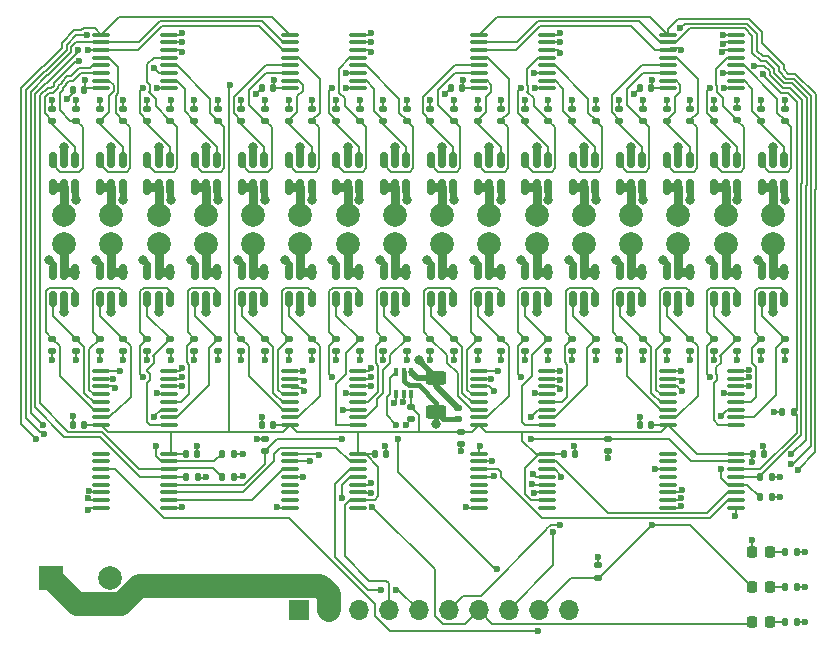
<source format=gbr>
%TF.GenerationSoftware,KiCad,Pcbnew,7.0.1*%
%TF.CreationDate,2024-10-11T19:23:26-04:00*%
%TF.ProjectId,PEST_Driver,50455354-5f44-4726-9976-65722e6b6963,rev?*%
%TF.SameCoordinates,Original*%
%TF.FileFunction,Copper,L1,Top*%
%TF.FilePolarity,Positive*%
%FSLAX46Y46*%
G04 Gerber Fmt 4.6, Leading zero omitted, Abs format (unit mm)*
G04 Created by KiCad (PCBNEW 7.0.1) date 2024-10-11 19:23:26*
%MOMM*%
%LPD*%
G01*
G04 APERTURE LIST*
G04 Aperture macros list*
%AMRoundRect*
0 Rectangle with rounded corners*
0 $1 Rounding radius*
0 $2 $3 $4 $5 $6 $7 $8 $9 X,Y pos of 4 corners*
0 Add a 4 corners polygon primitive as box body*
4,1,4,$2,$3,$4,$5,$6,$7,$8,$9,$2,$3,0*
0 Add four circle primitives for the rounded corners*
1,1,$1+$1,$2,$3*
1,1,$1+$1,$4,$5*
1,1,$1+$1,$6,$7*
1,1,$1+$1,$8,$9*
0 Add four rect primitives between the rounded corners*
20,1,$1+$1,$2,$3,$4,$5,0*
20,1,$1+$1,$4,$5,$6,$7,0*
20,1,$1+$1,$6,$7,$8,$9,0*
20,1,$1+$1,$8,$9,$2,$3,0*%
G04 Aperture macros list end*
%TA.AperFunction,ComponentPad*%
%ADD10C,2.000000*%
%TD*%
%TA.AperFunction,SMDPad,CuDef*%
%ADD11RoundRect,0.135000X0.185000X-0.135000X0.185000X0.135000X-0.185000X0.135000X-0.185000X-0.135000X0*%
%TD*%
%TA.AperFunction,SMDPad,CuDef*%
%ADD12RoundRect,0.135000X-0.185000X0.135000X-0.185000X-0.135000X0.185000X-0.135000X0.185000X0.135000X0*%
%TD*%
%TA.AperFunction,SMDPad,CuDef*%
%ADD13RoundRect,0.150000X-0.150000X0.512500X-0.150000X-0.512500X0.150000X-0.512500X0.150000X0.512500X0*%
%TD*%
%TA.AperFunction,SMDPad,CuDef*%
%ADD14RoundRect,0.140000X-0.140000X-0.170000X0.140000X-0.170000X0.140000X0.170000X-0.140000X0.170000X0*%
%TD*%
%TA.AperFunction,SMDPad,CuDef*%
%ADD15RoundRect,0.140000X0.140000X0.170000X-0.140000X0.170000X-0.140000X-0.170000X0.140000X-0.170000X0*%
%TD*%
%TA.AperFunction,SMDPad,CuDef*%
%ADD16RoundRect,0.100000X0.637500X0.100000X-0.637500X0.100000X-0.637500X-0.100000X0.637500X-0.100000X0*%
%TD*%
%TA.AperFunction,SMDPad,CuDef*%
%ADD17RoundRect,0.100000X-0.637500X-0.100000X0.637500X-0.100000X0.637500X0.100000X-0.637500X0.100000X0*%
%TD*%
%TA.AperFunction,SMDPad,CuDef*%
%ADD18R,0.400000X0.650000*%
%TD*%
%TA.AperFunction,SMDPad,CuDef*%
%ADD19RoundRect,0.218750X0.218750X0.256250X-0.218750X0.256250X-0.218750X-0.256250X0.218750X-0.256250X0*%
%TD*%
%TA.AperFunction,SMDPad,CuDef*%
%ADD20RoundRect,0.140000X0.170000X-0.140000X0.170000X0.140000X-0.170000X0.140000X-0.170000X-0.140000X0*%
%TD*%
%TA.AperFunction,SMDPad,CuDef*%
%ADD21RoundRect,0.150000X0.150000X-0.512500X0.150000X0.512500X-0.150000X0.512500X-0.150000X-0.512500X0*%
%TD*%
%TA.AperFunction,SMDPad,CuDef*%
%ADD22RoundRect,0.135000X-0.135000X-0.185000X0.135000X-0.185000X0.135000X0.185000X-0.135000X0.185000X0*%
%TD*%
%TA.AperFunction,SMDPad,CuDef*%
%ADD23RoundRect,0.250000X-0.625000X0.312500X-0.625000X-0.312500X0.625000X-0.312500X0.625000X0.312500X0*%
%TD*%
%TA.AperFunction,ComponentPad*%
%ADD24R,2.000000X2.000000*%
%TD*%
%TA.AperFunction,ComponentPad*%
%ADD25R,1.700000X1.700000*%
%TD*%
%TA.AperFunction,ComponentPad*%
%ADD26O,1.700000X1.700000*%
%TD*%
%TA.AperFunction,SMDPad,CuDef*%
%ADD27RoundRect,0.135000X0.135000X0.185000X-0.135000X0.185000X-0.135000X-0.185000X0.135000X-0.185000X0*%
%TD*%
%TA.AperFunction,ViaPad*%
%ADD28C,0.600000*%
%TD*%
%TA.AperFunction,ViaPad*%
%ADD29C,0.800000*%
%TD*%
%TA.AperFunction,Conductor*%
%ADD30C,0.200000*%
%TD*%
%TA.AperFunction,Conductor*%
%ADD31C,0.400000*%
%TD*%
%TA.AperFunction,Conductor*%
%ADD32C,0.700000*%
%TD*%
%TA.AperFunction,Conductor*%
%ADD33C,0.500000*%
%TD*%
%TA.AperFunction,Conductor*%
%ADD34C,0.600000*%
%TD*%
%TA.AperFunction,Conductor*%
%ADD35C,2.000000*%
%TD*%
%TA.AperFunction,Conductor*%
%ADD36C,0.800000*%
%TD*%
G04 APERTURE END LIST*
D10*
%TO.P,J8,1,Pin_1*%
%TO.N,/X_Control/OUT14*%
X52000000Y-37000000D03*
%TO.P,J8,2,Pin_2*%
%TO.N,/X_Control/OUT15*%
X52000000Y-39500000D03*
%TD*%
D11*
%TO.P,R24,1*%
%TO.N,GNDS*%
X45000000Y-48510000D03*
%TO.P,R24,2*%
%TO.N,/X_Control/G11A*%
X45000000Y-47490000D03*
%TD*%
D12*
%TO.P,R53,1*%
%TO.N,/Y_Control/G9B*%
X71000000Y-47480000D03*
%TO.P,R53,2*%
%TO.N,GNDS*%
X71000000Y-48500000D03*
%TD*%
D11*
%TO.P,R16,1*%
%TO.N,GNDS*%
X37000000Y-48510000D03*
%TO.P,R16,2*%
%TO.N,/X_Control/G7A*%
X37000000Y-47490000D03*
%TD*%
D13*
%TO.P,Q5,1,G*%
%TO.N,/X_Control/G4A*%
X32950000Y-32362500D03*
%TO.P,Q5,2,S*%
%TO.N,SENSE*%
X32000000Y-32362500D03*
%TO.P,Q5,3,G*%
%TO.N,/X_Control/G4B*%
X31050000Y-32362500D03*
%TO.P,Q5,4,D*%
%TO.N,/X_Control/OUT4*%
X31050000Y-34637500D03*
%TO.P,Q5,5,S*%
X32000000Y-34637500D03*
%TO.P,Q5,6,D*%
%TO.N,VIN*%
X32950000Y-34637500D03*
%TD*%
D14*
%TO.P,C4,1*%
%TO.N,GNDS*%
X72750000Y-26250000D03*
%TO.P,C4,2*%
%TO.N,VCC*%
X73710000Y-26250000D03*
%TD*%
D15*
%TO.P,C8,1*%
%TO.N,GNDS*%
X83250000Y-57250000D03*
%TO.P,C8,2*%
%TO.N,VCC*%
X82290000Y-57250000D03*
%TD*%
D11*
%TO.P,R64,1*%
%TO.N,GNDS*%
X85000000Y-48510000D03*
%TO.P,R64,2*%
%TO.N,/Y_Control/G15A*%
X85000000Y-47490000D03*
%TD*%
D16*
%TO.P,U8,1,A4*%
%TO.N,/Y_Control/G12A*%
X80862500Y-26275000D03*
%TO.P,U8,2,A6*%
%TO.N,/Y_Control/G14A*%
X80862500Y-25625000D03*
%TO.P,U8,3,A*%
%TO.N,Net-(U13-A1)*%
X80862500Y-24975000D03*
%TO.P,U8,4,A7*%
%TO.N,/Y_Control/G14B*%
X80862500Y-24325000D03*
%TO.P,U8,5,A5*%
%TO.N,/Y_Control/G12B*%
X80862500Y-23675000D03*
%TO.P,U8,6,~{E}*%
%TO.N,GNDS*%
X80862500Y-23025000D03*
%TO.P,U8,7,VEE*%
X80862500Y-22375000D03*
%TO.P,U8,8,GND*%
X80862500Y-21725000D03*
%TO.P,U8,9,S2*%
%TO.N,/Y_Control/S2*%
X75137500Y-21725000D03*
%TO.P,U8,10,S1*%
%TO.N,/Y_Control/S1*%
X75137500Y-22375000D03*
%TO.P,U8,11,S0*%
%TO.N,/Y_Control/DIR*%
X75137500Y-23025000D03*
%TO.P,U8,12,A3*%
%TO.N,/Y_Control/G10B*%
X75137500Y-23675000D03*
%TO.P,U8,13,A0*%
%TO.N,/Y_Control/G8A*%
X75137500Y-24325000D03*
%TO.P,U8,14,A1*%
%TO.N,/Y_Control/G8B*%
X75137500Y-24975000D03*
%TO.P,U8,15,A2*%
%TO.N,/Y_Control/G10A*%
X75137500Y-25625000D03*
%TO.P,U8,16,VCC*%
%TO.N,VCC*%
X75137500Y-26275000D03*
%TD*%
%TO.P,U2,1,A4*%
%TO.N,/X_Control/G4A*%
X32862500Y-26275000D03*
%TO.P,U2,2,A6*%
%TO.N,/X_Control/G6A*%
X32862500Y-25625000D03*
%TO.P,U2,3,A*%
%TO.N,Net-(U12-A0)*%
X32862500Y-24975000D03*
%TO.P,U2,4,A7*%
%TO.N,/X_Control/G6B*%
X32862500Y-24325000D03*
%TO.P,U2,5,A5*%
%TO.N,/X_Control/G4B*%
X32862500Y-23675000D03*
%TO.P,U2,6,~{E}*%
%TO.N,GNDS*%
X32862500Y-23025000D03*
%TO.P,U2,7,VEE*%
X32862500Y-22375000D03*
%TO.P,U2,8,GND*%
X32862500Y-21725000D03*
%TO.P,U2,9,S2*%
%TO.N,/X_Control/S2*%
X27137500Y-21725000D03*
%TO.P,U2,10,S1*%
%TO.N,/X_Control/S1*%
X27137500Y-22375000D03*
%TO.P,U2,11,S0*%
%TO.N,/X_Control/DIR*%
X27137500Y-23025000D03*
%TO.P,U2,12,A3*%
%TO.N,/X_Control/G2B*%
X27137500Y-23675000D03*
%TO.P,U2,13,A0*%
%TO.N,/X_Control/G0A*%
X27137500Y-24325000D03*
%TO.P,U2,14,A1*%
%TO.N,/X_Control/G0B*%
X27137500Y-24975000D03*
%TO.P,U2,15,A2*%
%TO.N,/X_Control/G2A*%
X27137500Y-25625000D03*
%TO.P,U2,16,VCC*%
%TO.N,VCC*%
X27137500Y-26275000D03*
%TD*%
D17*
%TO.P,U11,1,QB*%
%TO.N,/Y_Control/S2*%
X59137500Y-57225000D03*
%TO.P,U11,2,QC*%
%TO.N,/Y_Control/S1*%
X59137500Y-57875000D03*
%TO.P,U11,3,QD*%
%TO.N,/Y_Control/S0*%
X59137500Y-58525000D03*
%TO.P,U11,4,QE*%
%TO.N,/Y_Control/DIR*%
X59137500Y-59175000D03*
%TO.P,U11,5,QF*%
%TO.N,unconnected-(U11-QF-Pad5)*%
X59137500Y-59825000D03*
%TO.P,U11,6,QG*%
%TO.N,unconnected-(U11-QG-Pad6)*%
X59137500Y-60475000D03*
%TO.P,U11,7,QH*%
%TO.N,unconnected-(U11-QH-Pad7)*%
X59137500Y-61125000D03*
%TO.P,U11,8,GND*%
%TO.N,GNDS*%
X59137500Y-61775000D03*
%TO.P,U11,9,QH'*%
%TO.N,unconnected-(U11-QH'-Pad9)*%
X64862500Y-61775000D03*
%TO.P,U11,10,~{SRCLR}*%
%TO.N,VCC*%
X64862500Y-61125000D03*
%TO.P,U11,11,SRCLK*%
%TO.N,CLK*%
X64862500Y-60475000D03*
%TO.P,U11,12,RCLK*%
%TO.N,RCLK*%
X64862500Y-59825000D03*
%TO.P,U11,13,~{OE}*%
%TO.N,GNDS*%
X64862500Y-59175000D03*
%TO.P,U11,14,SER*%
%TO.N,SERY*%
X64862500Y-58525000D03*
%TO.P,U11,15,QA*%
%TO.N,/Y_Control/S3*%
X64862500Y-57875000D03*
%TO.P,U11,16,VCC*%
%TO.N,VCC*%
X64862500Y-57225000D03*
%TD*%
D18*
%TO.P,U1,1,REF*%
%TO.N,GNDS*%
X52100000Y-52200000D03*
%TO.P,U1,2,GND*%
X52750000Y-52200000D03*
%TO.P,U1,3,V+*%
%TO.N,VCC*%
X53400000Y-52200000D03*
%TO.P,U1,4,+*%
%TO.N,SENSE*%
X53400000Y-50300000D03*
%TO.P,U1,5,-*%
%TO.N,GND*%
X52750000Y-50300000D03*
%TO.P,U1,6*%
%TO.N,VOUT*%
X52100000Y-50300000D03*
%TD*%
D13*
%TO.P,Q15,1,G*%
%TO.N,/X_Control/G14A*%
X52950000Y-32362500D03*
%TO.P,Q15,2,S*%
%TO.N,SENSE*%
X52000000Y-32362500D03*
%TO.P,Q15,3,G*%
%TO.N,/X_Control/G14B*%
X51050000Y-32362500D03*
%TO.P,Q15,4,D*%
%TO.N,/X_Control/OUT14*%
X51050000Y-34637500D03*
%TO.P,Q15,5,S*%
X52000000Y-34637500D03*
%TO.P,Q15,6,D*%
%TO.N,VIN*%
X52950000Y-34637500D03*
%TD*%
D10*
%TO.P,J15,1,Pin_1*%
%TO.N,/Y_Control/OUT10*%
X76000000Y-37000000D03*
%TO.P,J15,2,Pin_2*%
%TO.N,/Y_Control/OUT11*%
X76000000Y-39500000D03*
%TD*%
D11*
%TO.P,R35,1*%
%TO.N,/Y_Control/G0B*%
X57000000Y-29010000D03*
%TO.P,R35,2*%
%TO.N,GNDS*%
X57000000Y-27990000D03*
%TD*%
%TO.P,R23,1*%
%TO.N,/X_Control/G10B*%
X45000000Y-29010000D03*
%TO.P,R23,2*%
%TO.N,GNDS*%
X45000000Y-27990000D03*
%TD*%
D10*
%TO.P,J13,1,Pin_1*%
%TO.N,/Y_Control/OUT6*%
X68000000Y-37000000D03*
%TO.P,J13,2,Pin_2*%
%TO.N,/Y_Control/OUT7*%
X68000000Y-39500000D03*
%TD*%
%TO.P,J4,1,Pin_1*%
%TO.N,/X_Control/OUT6*%
X36000000Y-37000000D03*
%TO.P,J4,2,Pin_2*%
%TO.N,/X_Control/OUT7*%
X36000000Y-39500000D03*
%TD*%
D13*
%TO.P,Q25,1,G*%
%TO.N,/Y_Control/G8A*%
X72950000Y-32362500D03*
%TO.P,Q25,2,S*%
%TO.N,SENSE*%
X72000000Y-32362500D03*
%TO.P,Q25,3,G*%
%TO.N,/Y_Control/G8B*%
X71050000Y-32362500D03*
%TO.P,Q25,4,D*%
%TO.N,/Y_Control/OUT8*%
X71050000Y-34637500D03*
%TO.P,Q25,5,S*%
X72000000Y-34637500D03*
%TO.P,Q25,6,D*%
%TO.N,VIN*%
X72950000Y-34637500D03*
%TD*%
D12*
%TO.P,R65,1*%
%TO.N,/Y_Control/G15B*%
X83000000Y-47490000D03*
%TO.P,R65,2*%
%TO.N,GNDS*%
X83000000Y-48510000D03*
%TD*%
D13*
%TO.P,Q11,1,G*%
%TO.N,/X_Control/G10A*%
X44950000Y-32362500D03*
%TO.P,Q11,2,S*%
%TO.N,SENSE*%
X44000000Y-32362500D03*
%TO.P,Q11,3,G*%
%TO.N,/X_Control/G10B*%
X43050000Y-32362500D03*
%TO.P,Q11,4,D*%
%TO.N,/X_Control/OUT10*%
X43050000Y-34637500D03*
%TO.P,Q11,5,S*%
X44000000Y-34637500D03*
%TO.P,Q11,6,D*%
%TO.N,VIN*%
X44950000Y-34637500D03*
%TD*%
D11*
%TO.P,R56,1*%
%TO.N,GNDS*%
X77000000Y-48510000D03*
%TO.P,R56,2*%
%TO.N,/Y_Control/G11A*%
X77000000Y-47490000D03*
%TD*%
D13*
%TO.P,Q13,1,G*%
%TO.N,/X_Control/G12A*%
X48950000Y-32362500D03*
%TO.P,Q13,2,S*%
%TO.N,SENSE*%
X48000000Y-32362500D03*
%TO.P,Q13,3,G*%
%TO.N,/X_Control/G12B*%
X47050000Y-32362500D03*
%TO.P,Q13,4,D*%
%TO.N,/X_Control/OUT12*%
X47050000Y-34637500D03*
%TO.P,Q13,5,S*%
X48000000Y-34637500D03*
%TO.P,Q13,6,D*%
%TO.N,VIN*%
X48950000Y-34637500D03*
%TD*%
D19*
%TO.P,D2,1,K*%
%TO.N,Net-(D2-K)*%
X83787500Y-68500000D03*
%TO.P,D2,2,A*%
%TO.N,PWM*%
X82212500Y-68500000D03*
%TD*%
D12*
%TO.P,R21,1*%
%TO.N,/X_Control/G9B*%
X39000000Y-47490000D03*
%TO.P,R21,2*%
%TO.N,GNDS*%
X39000000Y-48510000D03*
%TD*%
D20*
%TO.P,C11,1*%
%TO.N,GNDS*%
X57600000Y-56360000D03*
%TO.P,C11,2*%
%TO.N,VCC*%
X57600000Y-55400000D03*
%TD*%
D21*
%TO.P,Q8,1,G*%
%TO.N,/X_Control/G7A*%
X35050000Y-44137500D03*
%TO.P,Q8,2,S*%
%TO.N,SENSE*%
X36000000Y-44137500D03*
%TO.P,Q8,3,G*%
%TO.N,/X_Control/G7B*%
X36950000Y-44137500D03*
%TO.P,Q8,4,D*%
%TO.N,/X_Control/OUT7*%
X36950000Y-41862500D03*
%TO.P,Q8,5,S*%
X36000000Y-41862500D03*
%TO.P,Q8,6,D*%
%TO.N,VIN*%
X35050000Y-41862500D03*
%TD*%
D11*
%TO.P,R44,1*%
%TO.N,GNDS*%
X65000000Y-48510000D03*
%TO.P,R44,2*%
%TO.N,/Y_Control/G5A*%
X65000000Y-47490000D03*
%TD*%
D14*
%TO.P,C7,1*%
%TO.N,GNDS*%
X72750000Y-54750000D03*
%TO.P,C7,2*%
%TO.N,VCC*%
X73710000Y-54750000D03*
%TD*%
%TO.P,C1,2*%
%TO.N,VCC*%
X25680000Y-26400000D03*
%TO.P,C1,1*%
%TO.N,GNDS*%
X24720000Y-26400000D03*
%TD*%
D13*
%TO.P,Q3,1,G*%
%TO.N,/X_Control/G2A*%
X28950000Y-32362500D03*
%TO.P,Q3,2,S*%
%TO.N,SENSE*%
X28000000Y-32362500D03*
%TO.P,Q3,3,G*%
%TO.N,/X_Control/G2B*%
X27050000Y-32362500D03*
%TO.P,Q3,4,D*%
%TO.N,/X_Control/OUT2*%
X27050000Y-34637500D03*
%TO.P,Q3,5,S*%
X28000000Y-34637500D03*
%TO.P,Q3,6,D*%
%TO.N,VIN*%
X28950000Y-34637500D03*
%TD*%
D11*
%TO.P,R36,1*%
%TO.N,GNDS*%
X57000000Y-48510000D03*
%TO.P,R36,2*%
%TO.N,/Y_Control/G1A*%
X57000000Y-47490000D03*
%TD*%
%TO.P,R8,1*%
%TO.N,GNDS*%
X29000000Y-48510000D03*
%TO.P,R8,2*%
%TO.N,/X_Control/G3A*%
X29000000Y-47490000D03*
%TD*%
D13*
%TO.P,Q21,1,G*%
%TO.N,/Y_Control/G4A*%
X64950000Y-32362500D03*
%TO.P,Q21,2,S*%
%TO.N,SENSE*%
X64000000Y-32362500D03*
%TO.P,Q21,3,G*%
%TO.N,/Y_Control/G4B*%
X63050000Y-32362500D03*
%TO.P,Q21,4,D*%
%TO.N,/Y_Control/OUT4*%
X63050000Y-34637500D03*
%TO.P,Q21,5,S*%
X64000000Y-34637500D03*
%TO.P,Q21,6,D*%
%TO.N,VIN*%
X64950000Y-34637500D03*
%TD*%
D22*
%TO.P,R98,1*%
%TO.N,Net-(D1-K)*%
X84990000Y-65500000D03*
%TO.P,R98,2*%
%TO.N,GNDS*%
X86010000Y-65500000D03*
%TD*%
D11*
%TO.P,R40,1*%
%TO.N,GNDS*%
X61000000Y-48510000D03*
%TO.P,R40,2*%
%TO.N,/Y_Control/G3A*%
X61000000Y-47490000D03*
%TD*%
D13*
%TO.P,Q27,1,G*%
%TO.N,/Y_Control/G10A*%
X76950000Y-32362500D03*
%TO.P,Q27,2,S*%
%TO.N,SENSE*%
X76000000Y-32362500D03*
%TO.P,Q27,3,G*%
%TO.N,/Y_Control/G10B*%
X75050000Y-32362500D03*
%TO.P,Q27,4,D*%
%TO.N,/Y_Control/OUT10*%
X75050000Y-34637500D03*
%TO.P,Q27,5,S*%
X76000000Y-34637500D03*
%TO.P,Q27,6,D*%
%TO.N,VIN*%
X76950000Y-34637500D03*
%TD*%
D11*
%TO.P,R70,1*%
%TO.N,Net-(U12-A3)*%
X41000000Y-57010000D03*
%TO.P,R70,2*%
%TO.N,GNDS*%
X41000000Y-55990000D03*
%TD*%
D21*
%TO.P,Q22,1,G*%
%TO.N,/Y_Control/G5A*%
X63050000Y-44137500D03*
%TO.P,Q22,2,S*%
%TO.N,SENSE*%
X64000000Y-44137500D03*
%TO.P,Q22,3,G*%
%TO.N,/Y_Control/G5B*%
X64950000Y-44137500D03*
%TO.P,Q22,4,D*%
%TO.N,/Y_Control/OUT5*%
X64950000Y-41862500D03*
%TO.P,Q22,5,S*%
X64000000Y-41862500D03*
%TO.P,Q22,6,D*%
%TO.N,VIN*%
X63050000Y-41862500D03*
%TD*%
D10*
%TO.P,J6,1,Pin_1*%
%TO.N,/X_Control/OUT10*%
X44000000Y-37000000D03*
%TO.P,J6,2,Pin_2*%
%TO.N,/X_Control/OUT11*%
X44000000Y-39500000D03*
%TD*%
D22*
%TO.P,R71,1*%
%TO.N,Net-(U13-A0)*%
X82890000Y-59200000D03*
%TO.P,R71,2*%
%TO.N,GNDS*%
X83910000Y-59200000D03*
%TD*%
D10*
%TO.P,J7,1,Pin_1*%
%TO.N,/X_Control/OUT12*%
X48000000Y-37000000D03*
%TO.P,J7,2,Pin_2*%
%TO.N,/X_Control/OUT13*%
X48000000Y-39500000D03*
%TD*%
D12*
%TO.P,R57,1*%
%TO.N,/Y_Control/G11B*%
X75000000Y-47490000D03*
%TO.P,R57,2*%
%TO.N,GNDS*%
X75000000Y-48510000D03*
%TD*%
D15*
%TO.P,C12,1*%
%TO.N,GNDS*%
X35250000Y-57250000D03*
%TO.P,C12,2*%
%TO.N,VCC*%
X34290000Y-57250000D03*
%TD*%
D12*
%TO.P,R62,1*%
%TO.N,GNDS*%
X83000000Y-27990000D03*
%TO.P,R62,2*%
%TO.N,/Y_Control/G14A*%
X83000000Y-29010000D03*
%TD*%
D21*
%TO.P,Q12,1,G*%
%TO.N,/X_Control/G11A*%
X43050000Y-44137500D03*
%TO.P,Q12,2,S*%
%TO.N,SENSE*%
X44000000Y-44137500D03*
%TO.P,Q12,3,G*%
%TO.N,/X_Control/G11B*%
X44950000Y-44137500D03*
%TO.P,Q12,4,D*%
%TO.N,/X_Control/OUT11*%
X44950000Y-41862500D03*
%TO.P,Q12,5,S*%
X44000000Y-41862500D03*
%TO.P,Q12,6,D*%
%TO.N,VIN*%
X43050000Y-41862500D03*
%TD*%
D11*
%TO.P,R20,1*%
%TO.N,GNDS*%
X41000000Y-48510000D03*
%TO.P,R20,2*%
%TO.N,/X_Control/G9A*%
X41000000Y-47490000D03*
%TD*%
%TO.P,R19,1*%
%TO.N,/X_Control/G8B*%
X41000000Y-29010000D03*
%TO.P,R19,2*%
%TO.N,GNDS*%
X41000000Y-27990000D03*
%TD*%
D10*
%TO.P,J3,1,Pin_1*%
%TO.N,/X_Control/OUT4*%
X32000000Y-37000000D03*
%TO.P,J3,2,Pin_2*%
%TO.N,/X_Control/OUT5*%
X32000000Y-39500000D03*
%TD*%
D12*
%TO.P,R38,1*%
%TO.N,GNDS*%
X59000000Y-27990000D03*
%TO.P,R38,2*%
%TO.N,/Y_Control/G2A*%
X59000000Y-29010000D03*
%TD*%
D21*
%TO.P,Q30,1,G*%
%TO.N,/Y_Control/G13A*%
X79050000Y-44137500D03*
%TO.P,Q30,2,S*%
%TO.N,SENSE*%
X80000000Y-44137500D03*
%TO.P,Q30,3,G*%
%TO.N,/Y_Control/G13B*%
X80950000Y-44137500D03*
%TO.P,Q30,4,D*%
%TO.N,/Y_Control/OUT13*%
X80950000Y-41862500D03*
%TO.P,Q30,5,S*%
X80000000Y-41862500D03*
%TO.P,Q30,6,D*%
%TO.N,VIN*%
X79050000Y-41862500D03*
%TD*%
D12*
%TO.P,R45,1*%
%TO.N,/Y_Control/G5B*%
X63000000Y-47480000D03*
%TO.P,R45,2*%
%TO.N,GNDS*%
X63000000Y-48500000D03*
%TD*%
D21*
%TO.P,Q14,1,G*%
%TO.N,/X_Control/G13A*%
X47050000Y-44137500D03*
%TO.P,Q14,2,S*%
%TO.N,SENSE*%
X48000000Y-44137500D03*
%TO.P,Q14,3,G*%
%TO.N,/X_Control/G13B*%
X48950000Y-44137500D03*
%TO.P,Q14,4,D*%
%TO.N,/X_Control/OUT13*%
X48950000Y-41862500D03*
%TO.P,Q14,5,S*%
X48000000Y-41862500D03*
%TO.P,Q14,6,D*%
%TO.N,VIN*%
X47050000Y-41862500D03*
%TD*%
D12*
%TO.P,R6,1*%
%TO.N,GNDS*%
X27000000Y-27990000D03*
%TO.P,R6,2*%
%TO.N,/X_Control/G2A*%
X27000000Y-29010000D03*
%TD*%
%TO.P,R9,1*%
%TO.N,/X_Control/G3B*%
X27000000Y-47490000D03*
%TO.P,R9,2*%
%TO.N,GNDS*%
X27000000Y-48510000D03*
%TD*%
%TO.P,R22,1*%
%TO.N,GNDS*%
X43000000Y-27990000D03*
%TO.P,R22,2*%
%TO.N,/X_Control/G10A*%
X43000000Y-29010000D03*
%TD*%
%TO.P,R25,1*%
%TO.N,/X_Control/G11B*%
X43000000Y-47490000D03*
%TO.P,R25,2*%
%TO.N,GNDS*%
X43000000Y-48510000D03*
%TD*%
%TO.P,R54,1*%
%TO.N,GNDS*%
X75000000Y-27990000D03*
%TO.P,R54,2*%
%TO.N,/Y_Control/G10A*%
X75000000Y-29010000D03*
%TD*%
D22*
%TO.P,R74,1*%
%TO.N,Net-(U10-A)*%
X82890000Y-60900000D03*
%TO.P,R74,2*%
%TO.N,GNDS*%
X83910000Y-60900000D03*
%TD*%
D10*
%TO.P,J2,1,Pin_1*%
%TO.N,/X_Control/OUT2*%
X28000000Y-37000000D03*
%TO.P,J2,2,Pin_2*%
%TO.N,/X_Control/OUT3*%
X28000000Y-39500000D03*
%TD*%
D16*
%TO.P,U10,1,A4*%
%TO.N,/Y_Control/G13A*%
X80862500Y-54775000D03*
%TO.P,U10,2,A6*%
%TO.N,/Y_Control/G15A*%
X80862500Y-54125000D03*
%TO.P,U10,3,A*%
%TO.N,Net-(U10-A)*%
X80862500Y-53475000D03*
%TO.P,U10,4,A7*%
%TO.N,/Y_Control/G15B*%
X80862500Y-52825000D03*
%TO.P,U10,5,A5*%
%TO.N,/Y_Control/G13B*%
X80862500Y-52175000D03*
%TO.P,U10,6,~{E}*%
%TO.N,GNDS*%
X80862500Y-51525000D03*
%TO.P,U10,7,VEE*%
X80862500Y-50875000D03*
%TO.P,U10,8,GND*%
X80862500Y-50225000D03*
%TO.P,U10,9,S2*%
%TO.N,/Y_Control/S2*%
X75137500Y-50225000D03*
%TO.P,U10,10,S1*%
%TO.N,/Y_Control/S1*%
X75137500Y-50875000D03*
%TO.P,U10,11,S0*%
%TO.N,/Y_Control/DIR*%
X75137500Y-51525000D03*
%TO.P,U10,12,A3*%
%TO.N,/Y_Control/G11B*%
X75137500Y-52175000D03*
%TO.P,U10,13,A0*%
%TO.N,/Y_Control/G9A*%
X75137500Y-52825000D03*
%TO.P,U10,14,A1*%
%TO.N,/Y_Control/G9B*%
X75137500Y-53475000D03*
%TO.P,U10,15,A2*%
%TO.N,/Y_Control/G11A*%
X75137500Y-54125000D03*
%TO.P,U10,16,VCC*%
%TO.N,VCC*%
X75137500Y-54775000D03*
%TD*%
D14*
%TO.P,C5,1*%
%TO.N,GNDS*%
X40750000Y-54750000D03*
%TO.P,C5,2*%
%TO.N,VCC*%
X41710000Y-54750000D03*
%TD*%
D12*
%TO.P,R29,1*%
%TO.N,/X_Control/G13B*%
X47000000Y-47490000D03*
%TO.P,R29,2*%
%TO.N,GNDS*%
X47000000Y-48510000D03*
%TD*%
D21*
%TO.P,Q32,1,G*%
%TO.N,/Y_Control/G15A*%
X83050000Y-44137500D03*
%TO.P,Q32,2,S*%
%TO.N,SENSE*%
X84000000Y-44137500D03*
%TO.P,Q32,3,G*%
%TO.N,/Y_Control/G15B*%
X84950000Y-44137500D03*
%TO.P,Q32,4,D*%
%TO.N,/Y_Control/OUT15*%
X84950000Y-41862500D03*
%TO.P,Q32,5,S*%
X84000000Y-41862500D03*
%TO.P,Q32,6,D*%
%TO.N,VIN*%
X83050000Y-41862500D03*
%TD*%
D12*
%TO.P,R50,1*%
%TO.N,GNDS*%
X71000000Y-27990000D03*
%TO.P,R50,2*%
%TO.N,/Y_Control/G8A*%
X71000000Y-29010000D03*
%TD*%
D13*
%TO.P,Q31,1,G*%
%TO.N,/Y_Control/G14A*%
X84950000Y-32362500D03*
%TO.P,Q31,2,S*%
%TO.N,SENSE*%
X84000000Y-32362500D03*
%TO.P,Q31,3,G*%
%TO.N,/Y_Control/G14B*%
X83050000Y-32362500D03*
%TO.P,Q31,4,D*%
%TO.N,/Y_Control/OUT14*%
X83050000Y-34637500D03*
%TO.P,Q31,5,S*%
X84000000Y-34637500D03*
%TO.P,Q31,6,D*%
%TO.N,VIN*%
X84950000Y-34637500D03*
%TD*%
D11*
%TO.P,R55,1*%
%TO.N,/Y_Control/G10B*%
X77000000Y-29010000D03*
%TO.P,R55,2*%
%TO.N,GNDS*%
X77000000Y-27990000D03*
%TD*%
D21*
%TO.P,Q20,1,G*%
%TO.N,/Y_Control/G3A*%
X59050000Y-44137500D03*
%TO.P,Q20,2,S*%
%TO.N,SENSE*%
X60000000Y-44137500D03*
%TO.P,Q20,3,G*%
%TO.N,/Y_Control/G3B*%
X60950000Y-44137500D03*
%TO.P,Q20,4,D*%
%TO.N,/Y_Control/OUT3*%
X60950000Y-41862500D03*
%TO.P,Q20,5,S*%
X60000000Y-41862500D03*
%TO.P,Q20,6,D*%
%TO.N,VIN*%
X59050000Y-41862500D03*
%TD*%
D12*
%TO.P,R17,1*%
%TO.N,/X_Control/G7B*%
X35000000Y-47490000D03*
%TO.P,R17,2*%
%TO.N,GNDS*%
X35000000Y-48510000D03*
%TD*%
%TO.P,R14,1*%
%TO.N,GNDS*%
X35000000Y-27990000D03*
%TO.P,R14,2*%
%TO.N,/X_Control/G6A*%
X35000000Y-29010000D03*
%TD*%
D21*
%TO.P,Q2,1,G*%
%TO.N,/X_Control/G1A*%
X23050000Y-44137500D03*
%TO.P,Q2,2,S*%
%TO.N,SENSE*%
X24000000Y-44137500D03*
%TO.P,Q2,3,G*%
%TO.N,/X_Control/G1B*%
X24950000Y-44137500D03*
%TO.P,Q2,4,D*%
%TO.N,/X_Control/OUT1*%
X24950000Y-41862500D03*
%TO.P,Q2,5,S*%
X24000000Y-41862500D03*
%TO.P,Q2,6,D*%
%TO.N,VIN*%
X23050000Y-41862500D03*
%TD*%
D13*
%TO.P,Q9,1,G*%
%TO.N,/X_Control/G8A*%
X40950000Y-32362500D03*
%TO.P,Q9,2,S*%
%TO.N,SENSE*%
X40000000Y-32362500D03*
%TO.P,Q9,3,G*%
%TO.N,/X_Control/G8B*%
X39050000Y-32362500D03*
%TO.P,Q9,4,D*%
%TO.N,/X_Control/OUT8*%
X39050000Y-34637500D03*
%TO.P,Q9,5,S*%
X40000000Y-34637500D03*
%TO.P,Q9,6,D*%
%TO.N,VIN*%
X40950000Y-34637500D03*
%TD*%
D12*
%TO.P,R42,1*%
%TO.N,GNDS*%
X63000000Y-27990000D03*
%TO.P,R42,2*%
%TO.N,/Y_Control/G4A*%
X63000000Y-29010000D03*
%TD*%
D11*
%TO.P,R43,1*%
%TO.N,/Y_Control/G4B*%
X65000000Y-29010000D03*
%TO.P,R43,2*%
%TO.N,GNDS*%
X65000000Y-27990000D03*
%TD*%
%TO.P,R59,1*%
%TO.N,/Y_Control/G12B*%
X81000000Y-29000000D03*
%TO.P,R59,2*%
%TO.N,GNDS*%
X81000000Y-27980000D03*
%TD*%
D21*
%TO.P,Q4,1,G*%
%TO.N,/X_Control/G3A*%
X27050000Y-44137500D03*
%TO.P,Q4,2,S*%
%TO.N,SENSE*%
X28000000Y-44137500D03*
%TO.P,Q4,3,G*%
%TO.N,/X_Control/G3B*%
X28950000Y-44137500D03*
%TO.P,Q4,4,D*%
%TO.N,/X_Control/OUT3*%
X28950000Y-41862500D03*
%TO.P,Q4,5,S*%
X28000000Y-41862500D03*
%TO.P,Q4,6,D*%
%TO.N,VIN*%
X27050000Y-41862500D03*
%TD*%
D13*
%TO.P,Q7,1,G*%
%TO.N,/X_Control/G6A*%
X36950000Y-32362500D03*
%TO.P,Q7,2,S*%
%TO.N,SENSE*%
X36000000Y-32362500D03*
%TO.P,Q7,3,G*%
%TO.N,/X_Control/G6B*%
X35050000Y-32362500D03*
%TO.P,Q7,4,D*%
%TO.N,/X_Control/OUT6*%
X35050000Y-34637500D03*
%TO.P,Q7,5,S*%
X36000000Y-34637500D03*
%TO.P,Q7,6,D*%
%TO.N,VIN*%
X36950000Y-34637500D03*
%TD*%
%TO.P,Q29,1,G*%
%TO.N,/Y_Control/G12A*%
X80950000Y-32362500D03*
%TO.P,Q29,2,S*%
%TO.N,SENSE*%
X80000000Y-32362500D03*
%TO.P,Q29,3,G*%
%TO.N,/Y_Control/G12B*%
X79050000Y-32362500D03*
%TO.P,Q29,4,D*%
%TO.N,/Y_Control/OUT12*%
X79050000Y-34637500D03*
%TO.P,Q29,5,S*%
X80000000Y-34637500D03*
%TO.P,Q29,6,D*%
%TO.N,VIN*%
X80950000Y-34637500D03*
%TD*%
D12*
%TO.P,R49,1*%
%TO.N,/Y_Control/G7B*%
X67000000Y-47480000D03*
%TO.P,R49,2*%
%TO.N,GNDS*%
X67000000Y-48500000D03*
%TD*%
%TO.P,R2,1*%
%TO.N,GNDS*%
X23000000Y-27990000D03*
%TO.P,R2,2*%
%TO.N,/X_Control/G0A*%
X23000000Y-29010000D03*
%TD*%
D21*
%TO.P,Q16,1,G*%
%TO.N,/X_Control/G15A*%
X51050000Y-44137500D03*
%TO.P,Q16,2,S*%
%TO.N,SENSE*%
X52000000Y-44137500D03*
%TO.P,Q16,3,G*%
%TO.N,/X_Control/G15B*%
X52950000Y-44137500D03*
%TO.P,Q16,4,D*%
%TO.N,/X_Control/OUT15*%
X52950000Y-41862500D03*
%TO.P,Q16,5,S*%
X52000000Y-41862500D03*
%TO.P,Q16,6,D*%
%TO.N,VIN*%
X51050000Y-41862500D03*
%TD*%
D12*
%TO.P,R33,1*%
%TO.N,/X_Control/G15B*%
X51000000Y-47490000D03*
%TO.P,R33,2*%
%TO.N,GNDS*%
X51000000Y-48510000D03*
%TD*%
%TO.P,R26,1*%
%TO.N,GNDS*%
X47000000Y-27990000D03*
%TO.P,R26,2*%
%TO.N,/X_Control/G12A*%
X47000000Y-29010000D03*
%TD*%
D20*
%TO.P,C18,1*%
%TO.N,GND*%
X57300000Y-54280000D03*
%TO.P,C18,2*%
%TO.N,SENSE*%
X57300000Y-53320000D03*
%TD*%
D17*
%TO.P,U13,1,A4*%
%TO.N,unconnected-(U13-A4-Pad1)*%
X75137500Y-57225000D03*
%TO.P,U13,2,A6*%
%TO.N,unconnected-(U13-A6-Pad2)*%
X75137500Y-57875000D03*
%TO.P,U13,3,A*%
%TO.N,PWM*%
X75137500Y-58525000D03*
%TO.P,U13,4,A7*%
%TO.N,unconnected-(U13-A7-Pad4)*%
X75137500Y-59175000D03*
%TO.P,U13,5,A5*%
%TO.N,unconnected-(U13-A5-Pad5)*%
X75137500Y-59825000D03*
%TO.P,U13,6,~{E}*%
%TO.N,GNDS*%
X75137500Y-60475000D03*
%TO.P,U13,7,VEE*%
X75137500Y-61125000D03*
%TO.P,U13,8,GND*%
X75137500Y-61775000D03*
%TO.P,U13,9,S2*%
X80862500Y-61775000D03*
%TO.P,U13,10,S1*%
%TO.N,/Y_Control/S0*%
X80862500Y-61125000D03*
%TO.P,U13,11,S0*%
%TO.N,/Y_Control/S3*%
X80862500Y-60475000D03*
%TO.P,U13,12,A3*%
%TO.N,Net-(U10-A)*%
X80862500Y-59825000D03*
%TO.P,U13,13,A0*%
%TO.N,Net-(U13-A0)*%
X80862500Y-59175000D03*
%TO.P,U13,14,A1*%
%TO.N,Net-(U13-A1)*%
X80862500Y-58525000D03*
%TO.P,U13,15,A2*%
%TO.N,Net-(U13-A2)*%
X80862500Y-57875000D03*
%TO.P,U13,16,VCC*%
%TO.N,VCC*%
X80862500Y-57225000D03*
%TD*%
D12*
%TO.P,R46,1*%
%TO.N,GNDS*%
X67000000Y-27990000D03*
%TO.P,R46,2*%
%TO.N,/Y_Control/G6A*%
X67000000Y-29010000D03*
%TD*%
%TO.P,R10,1*%
%TO.N,GNDS*%
X31000000Y-27990000D03*
%TO.P,R10,2*%
%TO.N,/X_Control/G4A*%
X31000000Y-29010000D03*
%TD*%
D11*
%TO.P,R3,1*%
%TO.N,/X_Control/G0B*%
X25000000Y-29010000D03*
%TO.P,R3,2*%
%TO.N,GNDS*%
X25000000Y-27990000D03*
%TD*%
D21*
%TO.P,Q24,1,G*%
%TO.N,/Y_Control/G7A*%
X67050000Y-44137500D03*
%TO.P,Q24,2,S*%
%TO.N,SENSE*%
X68000000Y-44137500D03*
%TO.P,Q24,3,G*%
%TO.N,/Y_Control/G7B*%
X68950000Y-44137500D03*
%TO.P,Q24,4,D*%
%TO.N,/Y_Control/OUT7*%
X68950000Y-41862500D03*
%TO.P,Q24,5,S*%
X68000000Y-41862500D03*
%TO.P,Q24,6,D*%
%TO.N,VIN*%
X67050000Y-41862500D03*
%TD*%
D23*
%TO.P,R1,1*%
%TO.N,SENSE*%
X55500000Y-50787500D03*
%TO.P,R1,2*%
%TO.N,GND*%
X55500000Y-53712500D03*
%TD*%
D20*
%TO.P,C17,1*%
%TO.N,GNDS*%
X53400000Y-54260000D03*
%TO.P,C17,2*%
%TO.N,VCC*%
X53400000Y-53300000D03*
%TD*%
D12*
%TO.P,R30,1*%
%TO.N,GNDS*%
X51000000Y-27990000D03*
%TO.P,R30,2*%
%TO.N,/X_Control/G14A*%
X51000000Y-29010000D03*
%TD*%
D16*
%TO.P,U9,1,A4*%
%TO.N,/Y_Control/G5A*%
X64862500Y-54775000D03*
%TO.P,U9,2,A6*%
%TO.N,/Y_Control/G7A*%
X64862500Y-54125000D03*
%TO.P,U9,3,A*%
%TO.N,Net-(U13-A2)*%
X64862500Y-53475000D03*
%TO.P,U9,4,A7*%
%TO.N,/Y_Control/G7B*%
X64862500Y-52825000D03*
%TO.P,U9,5,A5*%
%TO.N,/Y_Control/G5B*%
X64862500Y-52175000D03*
%TO.P,U9,6,~{E}*%
%TO.N,GNDS*%
X64862500Y-51525000D03*
%TO.P,U9,7,VEE*%
X64862500Y-50875000D03*
%TO.P,U9,8,GND*%
X64862500Y-50225000D03*
%TO.P,U9,9,S2*%
%TO.N,/Y_Control/S2*%
X59137500Y-50225000D03*
%TO.P,U9,10,S1*%
%TO.N,/Y_Control/S1*%
X59137500Y-50875000D03*
%TO.P,U9,11,S0*%
%TO.N,/Y_Control/DIR*%
X59137500Y-51525000D03*
%TO.P,U9,12,A3*%
%TO.N,/Y_Control/G3B*%
X59137500Y-52175000D03*
%TO.P,U9,13,A0*%
%TO.N,/Y_Control/G1A*%
X59137500Y-52825000D03*
%TO.P,U9,14,A1*%
%TO.N,/Y_Control/G1B*%
X59137500Y-53475000D03*
%TO.P,U9,15,A2*%
%TO.N,/Y_Control/G3A*%
X59137500Y-54125000D03*
%TO.P,U9,16,VCC*%
%TO.N,VCC*%
X59137500Y-54775000D03*
%TD*%
D12*
%TO.P,R73,1*%
%TO.N,Net-(U13-A2)*%
X70000000Y-55990000D03*
%TO.P,R73,2*%
%TO.N,GNDS*%
X70000000Y-57010000D03*
%TD*%
D19*
%TO.P,D1,1,K*%
%TO.N,Net-(D1-K)*%
X83787500Y-65500000D03*
%TO.P,D1,2,A*%
%TO.N,VCC*%
X82212500Y-65500000D03*
%TD*%
D11*
%TO.P,R39,1*%
%TO.N,/Y_Control/G2B*%
X61000000Y-29010000D03*
%TO.P,R39,2*%
%TO.N,GNDS*%
X61000000Y-27990000D03*
%TD*%
D16*
%TO.P,U3,1,A4*%
%TO.N,/X_Control/G12A*%
X48862500Y-26275000D03*
%TO.P,U3,2,A6*%
%TO.N,/X_Control/G14A*%
X48862500Y-25625000D03*
%TO.P,U3,3,A*%
%TO.N,Net-(U12-A1)*%
X48862500Y-24975000D03*
%TO.P,U3,4,A7*%
%TO.N,/X_Control/G14B*%
X48862500Y-24325000D03*
%TO.P,U3,5,A5*%
%TO.N,/X_Control/G12B*%
X48862500Y-23675000D03*
%TO.P,U3,6,~{E}*%
%TO.N,GNDS*%
X48862500Y-23025000D03*
%TO.P,U3,7,VEE*%
X48862500Y-22375000D03*
%TO.P,U3,8,GND*%
X48862500Y-21725000D03*
%TO.P,U3,9,S2*%
%TO.N,/X_Control/S2*%
X43137500Y-21725000D03*
%TO.P,U3,10,S1*%
%TO.N,/X_Control/S1*%
X43137500Y-22375000D03*
%TO.P,U3,11,S0*%
%TO.N,/X_Control/DIR*%
X43137500Y-23025000D03*
%TO.P,U3,12,A3*%
%TO.N,/X_Control/G10B*%
X43137500Y-23675000D03*
%TO.P,U3,13,A0*%
%TO.N,/X_Control/G8A*%
X43137500Y-24325000D03*
%TO.P,U3,14,A1*%
%TO.N,/X_Control/G8B*%
X43137500Y-24975000D03*
%TO.P,U3,15,A2*%
%TO.N,/X_Control/G10A*%
X43137500Y-25625000D03*
%TO.P,U3,16,VCC*%
%TO.N,VCC*%
X43137500Y-26275000D03*
%TD*%
D12*
%TO.P,R37,1*%
%TO.N,/Y_Control/G1B*%
X55000000Y-47490000D03*
%TO.P,R37,2*%
%TO.N,GNDS*%
X55000000Y-48510000D03*
%TD*%
%TO.P,R61,1*%
%TO.N,/Y_Control/G13B*%
X79000000Y-47490000D03*
%TO.P,R61,2*%
%TO.N,GNDS*%
X79000000Y-48510000D03*
%TD*%
%TO.P,R58,1*%
%TO.N,GNDS*%
X79000000Y-27990000D03*
%TO.P,R58,2*%
%TO.N,/Y_Control/G12A*%
X79000000Y-29010000D03*
%TD*%
D13*
%TO.P,Q17,1,G*%
%TO.N,/Y_Control/G0A*%
X56950000Y-32362500D03*
%TO.P,Q17,2,S*%
%TO.N,SENSE*%
X56000000Y-32362500D03*
%TO.P,Q17,3,G*%
%TO.N,/Y_Control/G0B*%
X55050000Y-32362500D03*
%TO.P,Q17,4,D*%
%TO.N,/Y_Control/OUT0*%
X55050000Y-34637500D03*
%TO.P,Q17,5,S*%
X56000000Y-34637500D03*
%TO.P,Q17,6,D*%
%TO.N,VIN*%
X56950000Y-34637500D03*
%TD*%
D22*
%TO.P,R68,1*%
%TO.N,Net-(U12-A1)*%
X37390000Y-59200000D03*
%TO.P,R68,2*%
%TO.N,GNDS*%
X38410000Y-59200000D03*
%TD*%
D11*
%TO.P,R31,1*%
%TO.N,/X_Control/G14B*%
X53000000Y-29010000D03*
%TO.P,R31,2*%
%TO.N,GNDS*%
X53000000Y-27990000D03*
%TD*%
D16*
%TO.P,U5,1,A4*%
%TO.N,/X_Control/G13A*%
X48862500Y-54775000D03*
%TO.P,U5,2,A6*%
%TO.N,/X_Control/G15A*%
X48862500Y-54125000D03*
%TO.P,U5,3,A*%
%TO.N,Net-(U12-A3)*%
X48862500Y-53475000D03*
%TO.P,U5,4,A7*%
%TO.N,/X_Control/G15B*%
X48862500Y-52825000D03*
%TO.P,U5,5,A5*%
%TO.N,/X_Control/G13B*%
X48862500Y-52175000D03*
%TO.P,U5,6,~{E}*%
%TO.N,GNDS*%
X48862500Y-51525000D03*
%TO.P,U5,7,VEE*%
X48862500Y-50875000D03*
%TO.P,U5,8,GND*%
X48862500Y-50225000D03*
%TO.P,U5,9,S2*%
%TO.N,/X_Control/S2*%
X43137500Y-50225000D03*
%TO.P,U5,10,S1*%
%TO.N,/X_Control/S1*%
X43137500Y-50875000D03*
%TO.P,U5,11,S0*%
%TO.N,/X_Control/DIR*%
X43137500Y-51525000D03*
%TO.P,U5,12,A3*%
%TO.N,/X_Control/G11B*%
X43137500Y-52175000D03*
%TO.P,U5,13,A0*%
%TO.N,/X_Control/G9A*%
X43137500Y-52825000D03*
%TO.P,U5,14,A1*%
%TO.N,/X_Control/G9B*%
X43137500Y-53475000D03*
%TO.P,U5,15,A2*%
%TO.N,/X_Control/G11A*%
X43137500Y-54125000D03*
%TO.P,U5,16,VCC*%
%TO.N,VCC*%
X43137500Y-54775000D03*
%TD*%
%TO.P,U7,1,A4*%
%TO.N,/Y_Control/G4A*%
X64862500Y-26275000D03*
%TO.P,U7,2,A6*%
%TO.N,/Y_Control/G6A*%
X64862500Y-25625000D03*
%TO.P,U7,3,A*%
%TO.N,Net-(U13-A0)*%
X64862500Y-24975000D03*
%TO.P,U7,4,A7*%
%TO.N,/Y_Control/G6B*%
X64862500Y-24325000D03*
%TO.P,U7,5,A5*%
%TO.N,/Y_Control/G4B*%
X64862500Y-23675000D03*
%TO.P,U7,6,~{E}*%
%TO.N,GNDS*%
X64862500Y-23025000D03*
%TO.P,U7,7,VEE*%
X64862500Y-22375000D03*
%TO.P,U7,8,GND*%
X64862500Y-21725000D03*
%TO.P,U7,9,S2*%
%TO.N,/Y_Control/S2*%
X59137500Y-21725000D03*
%TO.P,U7,10,S1*%
%TO.N,/Y_Control/S1*%
X59137500Y-22375000D03*
%TO.P,U7,11,S0*%
%TO.N,/Y_Control/DIR*%
X59137500Y-23025000D03*
%TO.P,U7,12,A3*%
%TO.N,/Y_Control/G2B*%
X59137500Y-23675000D03*
%TO.P,U7,13,A0*%
%TO.N,/Y_Control/G0A*%
X59137500Y-24325000D03*
%TO.P,U7,14,A1*%
%TO.N,/Y_Control/G0B*%
X59137500Y-24975000D03*
%TO.P,U7,15,A2*%
%TO.N,/Y_Control/G2A*%
X59137500Y-25625000D03*
%TO.P,U7,16,VCC*%
%TO.N,VCC*%
X59137500Y-26275000D03*
%TD*%
D21*
%TO.P,Q18,1,G*%
%TO.N,/Y_Control/G1A*%
X55050000Y-44137500D03*
%TO.P,Q18,2,S*%
%TO.N,SENSE*%
X56000000Y-44137500D03*
%TO.P,Q18,3,G*%
%TO.N,/Y_Control/G1B*%
X56950000Y-44137500D03*
%TO.P,Q18,4,D*%
%TO.N,/Y_Control/OUT1*%
X56950000Y-41862500D03*
%TO.P,Q18,5,S*%
X56000000Y-41862500D03*
%TO.P,Q18,6,D*%
%TO.N,VIN*%
X55050000Y-41862500D03*
%TD*%
D22*
%TO.P,R67,1*%
%TO.N,Net-(U12-A0)*%
X34290000Y-59200000D03*
%TO.P,R67,2*%
%TO.N,GNDS*%
X35310000Y-59200000D03*
%TD*%
D24*
%TO.P,C19,1*%
%TO.N,VIN*%
X22882323Y-67750000D03*
D10*
%TO.P,C19,2*%
%TO.N,GND*%
X27882323Y-67750000D03*
%TD*%
D11*
%TO.P,R52,1*%
%TO.N,GNDS*%
X73000000Y-48510000D03*
%TO.P,R52,2*%
%TO.N,/Y_Control/G9A*%
X73000000Y-47490000D03*
%TD*%
%TO.P,R7,1*%
%TO.N,/X_Control/G2B*%
X29000000Y-29010000D03*
%TO.P,R7,2*%
%TO.N,GNDS*%
X29000000Y-27990000D03*
%TD*%
D15*
%TO.P,C9,1*%
%TO.N,GNDS*%
X51250000Y-57250000D03*
%TO.P,C9,2*%
%TO.N,VCC*%
X50290000Y-57250000D03*
%TD*%
%TO.P,C10,1*%
%TO.N,GNDS*%
X67250000Y-57250000D03*
%TO.P,C10,2*%
%TO.N,VCC*%
X66290000Y-57250000D03*
%TD*%
D10*
%TO.P,J11,1,Pin_1*%
%TO.N,/Y_Control/OUT2*%
X60000000Y-37000000D03*
%TO.P,J11,2,Pin_2*%
%TO.N,/Y_Control/OUT3*%
X60000000Y-39500000D03*
%TD*%
D11*
%TO.P,R27,1*%
%TO.N,/X_Control/G12B*%
X49000000Y-29010000D03*
%TO.P,R27,2*%
%TO.N,GNDS*%
X49000000Y-27990000D03*
%TD*%
D22*
%TO.P,R99,1*%
%TO.N,Net-(D2-K)*%
X84990000Y-68500000D03*
%TO.P,R99,2*%
%TO.N,GNDS*%
X86010000Y-68500000D03*
%TD*%
D19*
%TO.P,D3,1,K*%
%TO.N,Net-(D3-K)*%
X83787500Y-71500000D03*
%TO.P,D3,2,A*%
%TO.N,CLK*%
X82212500Y-71500000D03*
%TD*%
D13*
%TO.P,Q19,1,G*%
%TO.N,/Y_Control/G2A*%
X60950000Y-32362500D03*
%TO.P,Q19,2,S*%
%TO.N,SENSE*%
X60000000Y-32362500D03*
%TO.P,Q19,3,G*%
%TO.N,/Y_Control/G2B*%
X59050000Y-32362500D03*
%TO.P,Q19,4,D*%
%TO.N,/Y_Control/OUT2*%
X59050000Y-34637500D03*
%TO.P,Q19,5,S*%
X60000000Y-34637500D03*
%TO.P,Q19,6,D*%
%TO.N,VIN*%
X60950000Y-34637500D03*
%TD*%
D10*
%TO.P,J10,1,Pin_1*%
%TO.N,/Y_Control/OUT0*%
X56000000Y-37000000D03*
%TO.P,J10,2,Pin_2*%
%TO.N,/Y_Control/OUT1*%
X56000000Y-39500000D03*
%TD*%
D14*
%TO.P,C6,1*%
%TO.N,GNDS*%
X24750000Y-54750000D03*
%TO.P,C6,2*%
%TO.N,VCC*%
X25710000Y-54750000D03*
%TD*%
D25*
%TO.P,J9,1,Pin_1*%
%TO.N,GND*%
X43840000Y-70475000D03*
D26*
%TO.P,J9,2,Pin_2*%
%TO.N,VIN*%
X46380000Y-70475000D03*
%TO.P,J9,3,Pin_3*%
%TO.N,GNDS*%
X48920000Y-70475000D03*
%TO.P,J9,4,Pin_4*%
%TO.N,VCC*%
X51460000Y-70475000D03*
%TO.P,J9,5,Pin_5*%
%TO.N,SERX*%
X54000000Y-70475000D03*
%TO.P,J9,6,Pin_6*%
%TO.N,SERY*%
X56540000Y-70475000D03*
%TO.P,J9,7,Pin_7*%
%TO.N,CLK*%
X59080000Y-70475000D03*
%TO.P,J9,8,Pin_8*%
%TO.N,RCLK*%
X61620000Y-70475000D03*
%TO.P,J9,9,Pin_9*%
%TO.N,PWM*%
X64160000Y-70475000D03*
%TO.P,J9,10,Pin_10*%
%TO.N,VOUT*%
X66700000Y-70475000D03*
%TD*%
D11*
%TO.P,R47,1*%
%TO.N,/Y_Control/G6B*%
X69000000Y-29010000D03*
%TO.P,R47,2*%
%TO.N,GNDS*%
X69000000Y-27990000D03*
%TD*%
D21*
%TO.P,Q10,1,G*%
%TO.N,/X_Control/G9A*%
X39050000Y-44137500D03*
%TO.P,Q10,2,S*%
%TO.N,SENSE*%
X40000000Y-44137500D03*
%TO.P,Q10,3,G*%
%TO.N,/X_Control/G9B*%
X40950000Y-44137500D03*
%TO.P,Q10,4,D*%
%TO.N,/X_Control/OUT9*%
X40950000Y-41862500D03*
%TO.P,Q10,5,S*%
X40000000Y-41862500D03*
%TO.P,Q10,6,D*%
%TO.N,VIN*%
X39050000Y-41862500D03*
%TD*%
D10*
%TO.P,J16,1,Pin_1*%
%TO.N,/Y_Control/OUT12*%
X80000000Y-37000000D03*
%TO.P,J16,2,Pin_2*%
%TO.N,/Y_Control/OUT13*%
X80000000Y-39500000D03*
%TD*%
D11*
%TO.P,R48,1*%
%TO.N,GNDS*%
X69000000Y-48510000D03*
%TO.P,R48,2*%
%TO.N,/Y_Control/G7A*%
X69000000Y-47490000D03*
%TD*%
D22*
%TO.P,R69,1*%
%TO.N,Net-(U12-A2)*%
X37390000Y-57200000D03*
%TO.P,R69,2*%
%TO.N,GNDS*%
X38410000Y-57200000D03*
%TD*%
D12*
%TO.P,R5,1*%
%TO.N,/X_Control/G1B*%
X23000000Y-47490000D03*
%TO.P,R5,2*%
%TO.N,GNDS*%
X23000000Y-48510000D03*
%TD*%
D10*
%TO.P,J1,1,Pin_1*%
%TO.N,/X_Control/OUT0*%
X24000000Y-37000000D03*
%TO.P,J1,2,Pin_2*%
%TO.N,/X_Control/OUT1*%
X24000000Y-39500000D03*
%TD*%
D11*
%TO.P,R28,1*%
%TO.N,GNDS*%
X49000000Y-48510000D03*
%TO.P,R28,2*%
%TO.N,/X_Control/G13A*%
X49000000Y-47490000D03*
%TD*%
D13*
%TO.P,Q1,1,G*%
%TO.N,/X_Control/G0A*%
X24950000Y-32362500D03*
%TO.P,Q1,2,S*%
%TO.N,SENSE*%
X24000000Y-32362500D03*
%TO.P,Q1,3,G*%
%TO.N,/X_Control/G0B*%
X23050000Y-32362500D03*
%TO.P,Q1,4,D*%
%TO.N,/X_Control/OUT0*%
X23050000Y-34637500D03*
%TO.P,Q1,5,S*%
X24000000Y-34637500D03*
%TO.P,Q1,6,D*%
%TO.N,VIN*%
X24950000Y-34637500D03*
%TD*%
D12*
%TO.P,R18,1*%
%TO.N,GNDS*%
X39000000Y-27990000D03*
%TO.P,R18,2*%
%TO.N,/X_Control/G8A*%
X39000000Y-29010000D03*
%TD*%
D17*
%TO.P,U12,1,A4*%
%TO.N,unconnected-(U12-A4-Pad1)*%
X27137500Y-57225000D03*
%TO.P,U12,2,A6*%
%TO.N,unconnected-(U12-A6-Pad2)*%
X27137500Y-57875000D03*
%TO.P,U12,3,A*%
%TO.N,PWM*%
X27137500Y-58525000D03*
%TO.P,U12,4,A7*%
%TO.N,unconnected-(U12-A7-Pad4)*%
X27137500Y-59175000D03*
%TO.P,U12,5,A5*%
%TO.N,unconnected-(U12-A5-Pad5)*%
X27137500Y-59825000D03*
%TO.P,U12,6,~{E}*%
%TO.N,GNDS*%
X27137500Y-60475000D03*
%TO.P,U12,7,VEE*%
X27137500Y-61125000D03*
%TO.P,U12,8,GND*%
X27137500Y-61775000D03*
%TO.P,U12,9,S2*%
X32862500Y-61775000D03*
%TO.P,U12,10,S1*%
%TO.N,/X_Control/S0*%
X32862500Y-61125000D03*
%TO.P,U12,11,S0*%
%TO.N,/X_Control/S3*%
X32862500Y-60475000D03*
%TO.P,U12,12,A3*%
%TO.N,Net-(U12-A3)*%
X32862500Y-59825000D03*
%TO.P,U12,13,A0*%
%TO.N,Net-(U12-A0)*%
X32862500Y-59175000D03*
%TO.P,U12,14,A1*%
%TO.N,Net-(U12-A1)*%
X32862500Y-58525000D03*
%TO.P,U12,15,A2*%
%TO.N,Net-(U12-A2)*%
X32862500Y-57875000D03*
%TO.P,U12,16,VCC*%
%TO.N,VCC*%
X32862500Y-57225000D03*
%TD*%
D12*
%TO.P,R13,1*%
%TO.N,/X_Control/G5B*%
X31000000Y-47490000D03*
%TO.P,R13,2*%
%TO.N,GNDS*%
X31000000Y-48510000D03*
%TD*%
D11*
%TO.P,R11,1*%
%TO.N,/X_Control/G4B*%
X32970000Y-29010000D03*
%TO.P,R11,2*%
%TO.N,GNDS*%
X32970000Y-27990000D03*
%TD*%
D12*
%TO.P,R34,1*%
%TO.N,GNDS*%
X55000000Y-27990000D03*
%TO.P,R34,2*%
%TO.N,/Y_Control/G0A*%
X55000000Y-29010000D03*
%TD*%
D10*
%TO.P,J12,1,Pin_1*%
%TO.N,/Y_Control/OUT4*%
X64000000Y-37000000D03*
%TO.P,J12,2,Pin_2*%
%TO.N,/Y_Control/OUT5*%
X64000000Y-39500000D03*
%TD*%
D11*
%TO.P,R32,1*%
%TO.N,GNDS*%
X53000000Y-48510000D03*
%TO.P,R32,2*%
%TO.N,/X_Control/G15A*%
X53000000Y-47490000D03*
%TD*%
D27*
%TO.P,R72,1*%
%TO.N,Net-(U13-A1)*%
X85810000Y-53700000D03*
%TO.P,R72,2*%
%TO.N,GNDS*%
X84790000Y-53700000D03*
%TD*%
D10*
%TO.P,J14,1,Pin_1*%
%TO.N,/Y_Control/OUT8*%
X72000000Y-37000000D03*
%TO.P,J14,2,Pin_2*%
%TO.N,/Y_Control/OUT9*%
X72000000Y-39500000D03*
%TD*%
D17*
%TO.P,U6,1,QB*%
%TO.N,/X_Control/S2*%
X43137500Y-57225000D03*
%TO.P,U6,2,QC*%
%TO.N,/X_Control/S1*%
X43137500Y-57875000D03*
%TO.P,U6,3,QD*%
%TO.N,/X_Control/S0*%
X43137500Y-58525000D03*
%TO.P,U6,4,QE*%
%TO.N,/X_Control/DIR*%
X43137500Y-59175000D03*
%TO.P,U6,5,QF*%
%TO.N,unconnected-(U6-QF-Pad5)*%
X43137500Y-59825000D03*
%TO.P,U6,6,QG*%
%TO.N,unconnected-(U6-QG-Pad6)*%
X43137500Y-60475000D03*
%TO.P,U6,7,QH*%
%TO.N,unconnected-(U6-QH-Pad7)*%
X43137500Y-61125000D03*
%TO.P,U6,8,GND*%
%TO.N,GNDS*%
X43137500Y-61775000D03*
%TO.P,U6,9,QH'*%
%TO.N,unconnected-(U6-QH'-Pad9)*%
X48862500Y-61775000D03*
%TO.P,U6,10,~{SRCLR}*%
%TO.N,VCC*%
X48862500Y-61125000D03*
%TO.P,U6,11,SRCLK*%
%TO.N,CLK*%
X48862500Y-60475000D03*
%TO.P,U6,12,RCLK*%
%TO.N,RCLK*%
X48862500Y-59825000D03*
%TO.P,U6,13,~{OE}*%
%TO.N,GNDS*%
X48862500Y-59175000D03*
%TO.P,U6,14,SER*%
%TO.N,SERX*%
X48862500Y-58525000D03*
%TO.P,U6,15,QA*%
%TO.N,/X_Control/S3*%
X48862500Y-57875000D03*
%TO.P,U6,16,VCC*%
%TO.N,VCC*%
X48862500Y-57225000D03*
%TD*%
D11*
%TO.P,R12,1*%
%TO.N,GNDS*%
X32970000Y-48510000D03*
%TO.P,R12,2*%
%TO.N,/X_Control/G5A*%
X32970000Y-47490000D03*
%TD*%
D21*
%TO.P,Q28,1,G*%
%TO.N,/Y_Control/G11A*%
X75050000Y-44137500D03*
%TO.P,Q28,2,S*%
%TO.N,SENSE*%
X76000000Y-44137500D03*
%TO.P,Q28,3,G*%
%TO.N,/Y_Control/G11B*%
X76950000Y-44137500D03*
%TO.P,Q28,4,D*%
%TO.N,/Y_Control/OUT11*%
X76950000Y-41862500D03*
%TO.P,Q28,5,S*%
X76000000Y-41862500D03*
%TO.P,Q28,6,D*%
%TO.N,VIN*%
X75050000Y-41862500D03*
%TD*%
D13*
%TO.P,Q23,1,G*%
%TO.N,/Y_Control/G6A*%
X68950000Y-32362500D03*
%TO.P,Q23,2,S*%
%TO.N,SENSE*%
X68000000Y-32362500D03*
%TO.P,Q23,3,G*%
%TO.N,/Y_Control/G6B*%
X67050000Y-32362500D03*
%TO.P,Q23,4,D*%
%TO.N,/Y_Control/OUT6*%
X67050000Y-34637500D03*
%TO.P,Q23,5,S*%
X68000000Y-34637500D03*
%TO.P,Q23,6,D*%
%TO.N,VIN*%
X68950000Y-34637500D03*
%TD*%
D10*
%TO.P,J5,1,Pin_1*%
%TO.N,/X_Control/OUT8*%
X40000000Y-37000000D03*
%TO.P,J5,2,Pin_2*%
%TO.N,/X_Control/OUT9*%
X40000000Y-39500000D03*
%TD*%
D22*
%TO.P,R100,1*%
%TO.N,Net-(D3-K)*%
X84990000Y-71500000D03*
%TO.P,R100,2*%
%TO.N,GNDS*%
X86010000Y-71500000D03*
%TD*%
D16*
%TO.P,U4,1,A4*%
%TO.N,/X_Control/G5A*%
X32862500Y-54775000D03*
%TO.P,U4,2,A6*%
%TO.N,/X_Control/G7A*%
X32862500Y-54125000D03*
%TO.P,U4,3,A*%
%TO.N,Net-(U12-A2)*%
X32862500Y-53475000D03*
%TO.P,U4,4,A7*%
%TO.N,/X_Control/G7B*%
X32862500Y-52825000D03*
%TO.P,U4,5,A5*%
%TO.N,/X_Control/G5B*%
X32862500Y-52175000D03*
%TO.P,U4,6,~{E}*%
%TO.N,GNDS*%
X32862500Y-51525000D03*
%TO.P,U4,7,VEE*%
X32862500Y-50875000D03*
%TO.P,U4,8,GND*%
X32862500Y-50225000D03*
%TO.P,U4,9,S2*%
%TO.N,/X_Control/S2*%
X27137500Y-50225000D03*
%TO.P,U4,10,S1*%
%TO.N,/X_Control/S1*%
X27137500Y-50875000D03*
%TO.P,U4,11,S0*%
%TO.N,/X_Control/DIR*%
X27137500Y-51525000D03*
%TO.P,U4,12,A3*%
%TO.N,/X_Control/G3B*%
X27137500Y-52175000D03*
%TO.P,U4,13,A0*%
%TO.N,/X_Control/G1A*%
X27137500Y-52825000D03*
%TO.P,U4,14,A1*%
%TO.N,/X_Control/G1B*%
X27137500Y-53475000D03*
%TO.P,U4,15,A2*%
%TO.N,/X_Control/G3A*%
X27137500Y-54125000D03*
%TO.P,U4,16,VCC*%
%TO.N,VCC*%
X27137500Y-54775000D03*
%TD*%
D11*
%TO.P,R63,1*%
%TO.N,/Y_Control/G14B*%
X85000000Y-29010000D03*
%TO.P,R63,2*%
%TO.N,GNDS*%
X85000000Y-27990000D03*
%TD*%
D14*
%TO.P,C3,1*%
%TO.N,GNDS*%
X56750000Y-26250000D03*
%TO.P,C3,2*%
%TO.N,VCC*%
X57710000Y-26250000D03*
%TD*%
D21*
%TO.P,Q26,1,G*%
%TO.N,/Y_Control/G9A*%
X71050000Y-44137500D03*
%TO.P,Q26,2,S*%
%TO.N,SENSE*%
X72000000Y-44137500D03*
%TO.P,Q26,3,G*%
%TO.N,/Y_Control/G9B*%
X72950000Y-44137500D03*
%TO.P,Q26,4,D*%
%TO.N,/Y_Control/OUT9*%
X72950000Y-41862500D03*
%TO.P,Q26,5,S*%
X72000000Y-41862500D03*
%TO.P,Q26,6,D*%
%TO.N,VIN*%
X71050000Y-41862500D03*
%TD*%
D11*
%TO.P,R51,1*%
%TO.N,/Y_Control/G8B*%
X73000000Y-29010000D03*
%TO.P,R51,2*%
%TO.N,GNDS*%
X73000000Y-27990000D03*
%TD*%
D21*
%TO.P,Q6,1,G*%
%TO.N,/X_Control/G5A*%
X31050000Y-44137500D03*
%TO.P,Q6,2,S*%
%TO.N,SENSE*%
X32000000Y-44137500D03*
%TO.P,Q6,3,G*%
%TO.N,/X_Control/G5B*%
X32950000Y-44137500D03*
%TO.P,Q6,4,D*%
%TO.N,/X_Control/OUT5*%
X32950000Y-41862500D03*
%TO.P,Q6,5,S*%
X32000000Y-41862500D03*
%TO.P,Q6,6,D*%
%TO.N,VIN*%
X31050000Y-41862500D03*
%TD*%
D11*
%TO.P,R4,1*%
%TO.N,GNDS*%
X25000000Y-48510000D03*
%TO.P,R4,2*%
%TO.N,/X_Control/G1A*%
X25000000Y-47490000D03*
%TD*%
%TO.P,R60,1*%
%TO.N,GNDS*%
X81000000Y-48510000D03*
%TO.P,R60,2*%
%TO.N,/Y_Control/G13A*%
X81000000Y-47490000D03*
%TD*%
D14*
%TO.P,C2,1*%
%TO.N,GNDS*%
X40750000Y-26250000D03*
%TO.P,C2,2*%
%TO.N,VCC*%
X41710000Y-26250000D03*
%TD*%
D11*
%TO.P,R15,1*%
%TO.N,/X_Control/G6B*%
X37000000Y-29010000D03*
%TO.P,R15,2*%
%TO.N,GNDS*%
X37000000Y-27990000D03*
%TD*%
%TO.P,R66,1*%
%TO.N,PWM*%
X69200000Y-67700000D03*
%TO.P,R66,2*%
%TO.N,GNDS*%
X69200000Y-66680000D03*
%TD*%
D10*
%TO.P,J17,1,Pin_1*%
%TO.N,/Y_Control/OUT14*%
X84000000Y-37000000D03*
%TO.P,J17,2,Pin_2*%
%TO.N,/Y_Control/OUT15*%
X84000000Y-39500000D03*
%TD*%
D12*
%TO.P,R41,1*%
%TO.N,/Y_Control/G3B*%
X59000000Y-47490000D03*
%TO.P,R41,2*%
%TO.N,GNDS*%
X59000000Y-48510000D03*
%TD*%
D28*
%TO.N,GNDS*%
X24219500Y-27200000D03*
D29*
%TO.N,GND*%
X55500000Y-54660500D03*
D28*
%TO.N,VCC*%
X41750000Y-25564500D03*
X57750000Y-25564500D03*
X82250000Y-57925500D03*
X25750000Y-25574500D03*
X38000000Y-26000000D03*
X82250000Y-64500000D03*
X73750000Y-25564500D03*
D29*
%TO.N,SENSE*%
X56000000Y-45250000D03*
X80000000Y-45250000D03*
X28000000Y-31250000D03*
X32000000Y-31250000D03*
X44000000Y-31250000D03*
X24000000Y-31250000D03*
X36000000Y-31250000D03*
X80000000Y-31250000D03*
X76000000Y-45250000D03*
X40000000Y-31250000D03*
X76000000Y-31250000D03*
X24000000Y-45250000D03*
X72000000Y-45250000D03*
X60000000Y-31250000D03*
X36000000Y-45250000D03*
X44000000Y-45250000D03*
X84000000Y-45250000D03*
X64000000Y-31250000D03*
X48000000Y-45250000D03*
X48000000Y-31250000D03*
X68000000Y-31250000D03*
X54000000Y-49250000D03*
X52000000Y-45250000D03*
X68000000Y-45250000D03*
X60000000Y-45250000D03*
X52000000Y-31250000D03*
X40000000Y-45250000D03*
X28000000Y-45250000D03*
X64000000Y-45250000D03*
X72000000Y-31250000D03*
X84000000Y-31250000D03*
X32000000Y-45250000D03*
X56000000Y-31250000D03*
%TO.N,VIN*%
X80999500Y-35700000D03*
X70699750Y-40800250D03*
X52999500Y-35700000D03*
X46699750Y-40800250D03*
X66699750Y-40800250D03*
X68999500Y-35700000D03*
X28999500Y-35700000D03*
X54699750Y-40800250D03*
X42699750Y-40800250D03*
X44999500Y-35700000D03*
X82699750Y-40800250D03*
X40999500Y-35700000D03*
X58699750Y-40800250D03*
X62699750Y-40800250D03*
X30699750Y-40800250D03*
X34699750Y-40800250D03*
X36999500Y-35700000D03*
X78699750Y-40800250D03*
X22699750Y-40800250D03*
X60999500Y-35700000D03*
X84999500Y-35700000D03*
X76999500Y-35700000D03*
X38699750Y-40800250D03*
X56999500Y-35700000D03*
X32999500Y-35700000D03*
X72999500Y-35700000D03*
X50699750Y-40800250D03*
X74699750Y-40800250D03*
X64999500Y-35700000D03*
X48999500Y-35700000D03*
X24999500Y-35700000D03*
X26699750Y-40800250D03*
D28*
%TO.N,SERX*%
X52059500Y-68740000D03*
X50860500Y-68740000D03*
%TO.N,SERY*%
X66000000Y-63274500D03*
X66101089Y-59148911D03*
%TO.N,Net-(U12-A0)*%
X31599500Y-24548911D03*
X25200497Y-23000000D03*
%TO.N,Net-(U12-A1)*%
X47849500Y-24965000D03*
X25250000Y-23975500D03*
%TO.N,/X_Control/G4A*%
X30642452Y-26250000D03*
X31849500Y-26250000D03*
%TO.N,/X_Control/G12A*%
X46642452Y-26250000D03*
X47849500Y-26240000D03*
%TO.N,/Y_Control/G4A*%
X62642452Y-26250000D03*
X63849500Y-26240000D03*
%TO.N,/Y_Control/G12A*%
X79849500Y-26240000D03*
X78642452Y-26250000D03*
%TO.N,/Y_Control/G5B*%
X63849500Y-52102333D03*
X62650500Y-50760000D03*
%TO.N,/Y_Control/G13B*%
X79849500Y-52102333D03*
X78650500Y-50760000D03*
%TO.N,/X_Control/G5B*%
X30650500Y-50750000D03*
X31849500Y-52092333D03*
%TO.N,/X_Control/G13B*%
X47849500Y-52102333D03*
X46650500Y-50760000D03*
%TO.N,VOUT*%
X52250000Y-55959500D03*
X60668589Y-66983589D03*
X52100601Y-54747587D03*
%TO.N,Net-(U12-A2)*%
X31625500Y-54091833D03*
X31750000Y-56600000D03*
%TO.N,/X_Control/DIR*%
X22280581Y-55567788D03*
X44338567Y-51870565D03*
X25900500Y-21775500D03*
X28257900Y-51671407D03*
X44200000Y-59200000D03*
X26000000Y-23000000D03*
%TO.N,Net-(U12-A3)*%
X47500000Y-55959500D03*
X47599500Y-53500000D03*
%TO.N,PWM*%
X73750000Y-63274500D03*
X74000000Y-58500000D03*
X64110000Y-72224500D03*
%TO.N,Net-(U13-A0)*%
X82424254Y-24375746D03*
X63799500Y-24965000D03*
%TO.N,Net-(U13-A1)*%
X83124253Y-25075746D03*
X79800000Y-25000000D03*
%TO.N,/X_Control/S2*%
X21586416Y-55964448D03*
X28750000Y-50250000D03*
X45538067Y-57324500D03*
X44250000Y-50250000D03*
%TO.N,/X_Control/S1*%
X44274160Y-51073663D03*
X44800000Y-57800000D03*
X22177178Y-54775000D03*
X28161737Y-50865532D03*
%TO.N,Net-(U13-A2)*%
X63500000Y-54101833D03*
X63500000Y-55959500D03*
%TO.N,/Y_Control/DIR*%
X60400000Y-59124500D03*
X60349191Y-51900809D03*
X85498224Y-58070884D03*
X76338567Y-51870567D03*
X76173201Y-21176851D03*
X76200000Y-23000000D03*
%TO.N,Net-(U10-A)*%
X79625500Y-54000000D03*
X79625500Y-58474500D03*
%TO.N,/Y_Control/S1*%
X60200000Y-57800000D03*
X60161737Y-50865532D03*
X85571058Y-57274706D03*
X76274160Y-51073663D03*
%TO.N,CLK*%
X49976089Y-60525500D03*
X50099500Y-61724500D03*
X63799500Y-60525500D03*
%TO.N,RCLK*%
X50000500Y-59726370D03*
X65420651Y-63874000D03*
X63599500Y-59751418D03*
%TO.N,/Y_Control/S2*%
X60750000Y-50250000D03*
X86105836Y-58590510D03*
X76250000Y-50250000D03*
X59200000Y-56600000D03*
%TO.N,GNDS*%
X72750000Y-54101833D03*
X83200000Y-56600000D03*
X66000000Y-22400000D03*
X82000000Y-51500000D03*
X23000000Y-27250000D03*
X85000000Y-27250000D03*
X49000000Y-49250000D03*
X49000000Y-27250000D03*
X84600000Y-60900000D03*
X72250000Y-26750000D03*
X34000000Y-51500000D03*
X67000000Y-27250000D03*
X65000000Y-27250000D03*
X37000000Y-49250000D03*
X83000000Y-27250000D03*
X76269772Y-60263528D03*
X86750000Y-68500000D03*
X77000000Y-49250000D03*
X24750000Y-54000000D03*
X58000000Y-61750000D03*
X53000000Y-27250000D03*
X84100000Y-53700000D03*
X50000000Y-50000000D03*
X35000000Y-27250000D03*
X75000000Y-49250000D03*
X47000000Y-49250000D03*
X70000000Y-57600000D03*
X57600000Y-57000000D03*
X35000000Y-49250000D03*
X51000000Y-49250000D03*
X83000000Y-49250000D03*
X79000000Y-49250000D03*
X50000000Y-51500000D03*
X52682759Y-52829110D03*
X84600000Y-59200000D03*
X42000000Y-61750000D03*
X41000000Y-27250000D03*
X50000000Y-50750000D03*
X50000000Y-22400000D03*
X57000000Y-27250000D03*
X23000000Y-49250000D03*
X35200000Y-56600000D03*
X71000000Y-27250000D03*
X63729572Y-58962569D03*
X55000000Y-49250000D03*
X79750000Y-21799500D03*
X50000000Y-21600000D03*
X51200000Y-56600000D03*
X53000000Y-49250000D03*
X77000000Y-27250000D03*
X43000000Y-27250000D03*
X81000000Y-27250000D03*
X63000000Y-49250000D03*
X41000000Y-49250000D03*
X47000000Y-27250000D03*
X79750000Y-22500000D03*
X40250000Y-26750000D03*
X75000000Y-27250000D03*
X82000000Y-50750000D03*
X40300000Y-55959500D03*
X82000000Y-50099500D03*
X73000000Y-27250000D03*
X63000000Y-27250000D03*
X34000000Y-21600000D03*
X34000000Y-22400000D03*
X79000000Y-27250000D03*
X39100000Y-57200000D03*
X76250000Y-61675500D03*
X69200000Y-65940000D03*
X61000000Y-27250000D03*
X66000000Y-50250000D03*
X25000000Y-49250000D03*
X81000000Y-49250000D03*
X25000000Y-27250000D03*
X51900000Y-52900000D03*
X43000000Y-49250000D03*
X31000000Y-27250000D03*
X66000000Y-21600000D03*
X79730228Y-23236472D03*
X67000000Y-49250000D03*
X65000000Y-49250000D03*
X52900000Y-54760500D03*
X27000000Y-49250000D03*
X50000000Y-23200000D03*
X76250000Y-61000000D03*
X40750000Y-54091833D03*
X39000000Y-27250000D03*
X47559500Y-60926993D03*
X66002647Y-51748279D03*
X31000000Y-49250000D03*
X71000000Y-49250000D03*
X34000000Y-23200000D03*
X80750000Y-62500000D03*
X66002647Y-23248279D03*
X61000000Y-49250000D03*
X55000000Y-27250000D03*
X34000000Y-50750000D03*
X69000000Y-49250000D03*
X67200000Y-56600000D03*
X34000000Y-61750000D03*
X27000000Y-27250000D03*
X33000000Y-49250000D03*
X59000000Y-27250000D03*
X34000000Y-50000000D03*
X69000000Y-27250000D03*
X33000000Y-27250000D03*
X86750000Y-65500000D03*
X29000000Y-49250000D03*
X51000000Y-27250000D03*
X26000000Y-62000000D03*
X56250000Y-26750000D03*
X85000000Y-49250000D03*
X39000000Y-49250000D03*
X26000000Y-61000000D03*
X45000000Y-49250000D03*
X66000000Y-51000000D03*
X29000000Y-27250000D03*
X59000000Y-49250000D03*
X26065129Y-60337660D03*
X86750000Y-71500000D03*
X39100000Y-59100000D03*
X37000000Y-27250000D03*
X36000000Y-59225500D03*
X73000000Y-49250000D03*
X57000000Y-49250000D03*
X45000000Y-27250000D03*
%TD*%
D30*
%TO.N,/X_Control/S1*%
X32084314Y-20600000D02*
X40709315Y-20600000D01*
X27137500Y-22375000D02*
X30309314Y-22375000D01*
X30309314Y-22375000D02*
X32084314Y-20600000D01*
X40709315Y-20600000D02*
X42484315Y-22375000D01*
X42484315Y-22375000D02*
X43137500Y-22375000D01*
%TO.N,/X_Control/G0B*%
X23620000Y-28120000D02*
X24510000Y-29010000D01*
X24510000Y-29010000D02*
X25000000Y-29010000D01*
X23620000Y-26680000D02*
X23620000Y-28120000D01*
X23900000Y-26400000D02*
X23620000Y-26680000D01*
X24427746Y-25640000D02*
X24170000Y-25897746D01*
X24760000Y-25640000D02*
X24427746Y-25640000D01*
X24170000Y-25897746D02*
X24170000Y-25989932D01*
X24170000Y-25989932D02*
X23900000Y-26259932D01*
X25425000Y-24975000D02*
X24760000Y-25640000D01*
X23900000Y-26259932D02*
X23900000Y-26400000D01*
X27137500Y-24975000D02*
X25425000Y-24975000D01*
%TO.N,Net-(U12-A0)*%
X30406129Y-59175000D02*
X32862500Y-59175000D01*
X26991129Y-55760000D02*
X30406129Y-59175000D01*
X21550000Y-53300000D02*
X24010000Y-55760000D01*
X21550000Y-26720100D02*
X21550000Y-53300000D01*
X22520688Y-25850000D02*
X22420099Y-25850000D01*
X24010000Y-55760000D02*
X26991129Y-55760000D01*
X25200497Y-23170191D02*
X22520688Y-25850000D01*
X25200497Y-23000000D02*
X25200497Y-23170191D01*
X22420099Y-25850000D02*
X21550000Y-26720100D01*
%TO.N,Net-(U12-A1)*%
X27156815Y-55360000D02*
X30321815Y-58525000D01*
X24360000Y-55360000D02*
X27156815Y-55360000D01*
X21950000Y-26885785D02*
X21950000Y-52950000D01*
X21950000Y-52950000D02*
X24360000Y-55360000D01*
X22918628Y-26250000D02*
X22585785Y-26250000D01*
X23100000Y-26068628D02*
X22918628Y-26250000D01*
X23100000Y-25836374D02*
X23100000Y-26068628D01*
X24960874Y-23975500D02*
X23100000Y-25836374D01*
X30321815Y-58525000D02*
X32862500Y-58525000D01*
X25250000Y-23975500D02*
X24960874Y-23975500D01*
X22585785Y-26250000D02*
X21950000Y-26885785D01*
%TO.N,/X_Control/G0A*%
X26175000Y-24575000D02*
X26425000Y-24325000D01*
X25259314Y-24575000D02*
X26175000Y-24575000D01*
X24594314Y-25240000D02*
X25259314Y-24575000D01*
X24262060Y-25240000D02*
X24594314Y-25240000D01*
X23770000Y-25732060D02*
X24262060Y-25240000D01*
X23500000Y-26234314D02*
X23500000Y-26094246D01*
X23770000Y-25824246D02*
X23770000Y-25732060D01*
X22751471Y-26650000D02*
X23084314Y-26650000D01*
X26425000Y-24325000D02*
X27137500Y-24325000D01*
X22380000Y-27021471D02*
X22751471Y-26650000D01*
X23084314Y-26650000D02*
X23500000Y-26234314D01*
X23500000Y-26094246D02*
X23770000Y-25824246D01*
X22380000Y-28390000D02*
X22380000Y-27021471D01*
X23000000Y-29010000D02*
X22380000Y-28390000D01*
%TO.N,GNDS*%
X24770000Y-26649500D02*
X24219500Y-27200000D01*
X24770000Y-26400000D02*
X24770000Y-26649500D01*
%TO.N,VCC*%
X27137500Y-26275000D02*
X25855000Y-26275000D01*
X25855000Y-26275000D02*
X25730000Y-26400000D01*
X25750000Y-26380000D02*
X25730000Y-26400000D01*
X25750000Y-25574500D02*
X25750000Y-26380000D01*
%TO.N,/X_Control/S2*%
X26588000Y-21175500D02*
X27137500Y-21725000D01*
X25651971Y-21175500D02*
X26588000Y-21175500D01*
X25451971Y-21375500D02*
X25651971Y-21175500D01*
X23800497Y-22873133D02*
X23800497Y-22420099D01*
X23800497Y-22420099D02*
X24845097Y-21375500D01*
X22198797Y-24374246D02*
X22299384Y-24374246D01*
X20350000Y-26223041D02*
X22198797Y-24374246D01*
X20350000Y-54728032D02*
X20350000Y-26223041D01*
X22299384Y-24374246D02*
X23800497Y-22873133D01*
X21586416Y-55964448D02*
X20350000Y-54728032D01*
X24845097Y-21375500D02*
X25451971Y-21375500D01*
%TO.N,/X_Control/DIR*%
X22087793Y-55375000D02*
X22280581Y-55567788D01*
X21928649Y-55375000D02*
X22087793Y-55375000D01*
X22364482Y-24774246D02*
X20750000Y-26388727D01*
X22465070Y-24774246D02*
X22364482Y-24774246D01*
X20750000Y-54196351D02*
X21928649Y-55375000D01*
X24200497Y-23038819D02*
X22465070Y-24774246D01*
X24200497Y-22585785D02*
X24200497Y-23038819D01*
X25010782Y-21775500D02*
X24200497Y-22585785D01*
X25900500Y-21775500D02*
X25010782Y-21775500D01*
X20750000Y-26388727D02*
X20750000Y-54196351D01*
%TO.N,/X_Control/S1*%
X24600497Y-23204505D02*
X24600497Y-22751471D01*
X24976968Y-22375000D02*
X27137500Y-22375000D01*
X22530168Y-25174246D02*
X22630756Y-25174246D01*
X22630756Y-25174246D02*
X24600497Y-23204505D01*
X24600497Y-22751471D02*
X24976968Y-22375000D01*
X21150000Y-26554413D02*
X22530168Y-25174246D01*
X22177178Y-54775000D02*
X21150000Y-53747822D01*
X21150000Y-53747822D02*
X21150000Y-26554413D01*
%TO.N,/Y_Control/S2*%
X75137500Y-21262500D02*
X75137500Y-21725000D01*
X81972055Y-20400000D02*
X76000000Y-20400000D01*
X76000000Y-20400000D02*
X75137500Y-21262500D01*
X83050000Y-21477943D02*
X81972055Y-20400000D01*
X83050000Y-22455907D02*
X83050000Y-21477943D01*
X84924252Y-24330159D02*
X83050000Y-22455907D01*
X85911269Y-25050000D02*
X85312744Y-25050000D01*
X84924252Y-24661508D02*
X84924252Y-24330159D01*
X87649999Y-26788727D02*
X85911269Y-25050000D01*
X87650000Y-34765925D02*
X87649999Y-26788727D01*
X87600000Y-34815926D02*
X87650000Y-34765925D01*
X85312744Y-25050000D02*
X84924252Y-24661508D01*
X87600000Y-57096346D02*
X87600000Y-34815926D01*
X86105836Y-58590510D02*
X87600000Y-57096346D01*
%TO.N,/Y_Control/DIR*%
X76550052Y-20800000D02*
X76173201Y-21176851D01*
X81806370Y-20800000D02*
X76550052Y-20800000D01*
X82650000Y-21643629D02*
X81806370Y-20800000D01*
X82650000Y-23084314D02*
X82650000Y-21643629D01*
X83141432Y-23575746D02*
X82650000Y-23084314D01*
X83604152Y-23575746D02*
X83141432Y-23575746D01*
X84524253Y-24495845D02*
X83604152Y-23575746D01*
X84524253Y-24827195D02*
X84524253Y-24495845D01*
X85147058Y-25450000D02*
X84524253Y-24827195D01*
X87200000Y-34650240D02*
X87250000Y-34600240D01*
X85745584Y-25450000D02*
X85147058Y-25450000D01*
X85679116Y-58070884D02*
X87200000Y-56550000D01*
X85498224Y-58070884D02*
X85679116Y-58070884D01*
X87200000Y-56550000D02*
X87200000Y-34650240D01*
X87250000Y-34600240D02*
X87249999Y-26954413D01*
X87249999Y-26954413D02*
X85745584Y-25450000D01*
%TO.N,/Y_Control/S1*%
X75825000Y-22375000D02*
X75137500Y-22375000D01*
X77000000Y-21200000D02*
X75825000Y-22375000D01*
X81640685Y-21200000D02*
X77000000Y-21200000D01*
X82250000Y-21809315D02*
X81640685Y-21200000D01*
X82250000Y-23250000D02*
X82250000Y-21809315D01*
X82975746Y-23975746D02*
X82250000Y-23250000D01*
X83438467Y-23975746D02*
X82975746Y-23975746D01*
X84124253Y-24661531D02*
X83438467Y-23975746D01*
X84981372Y-25850000D02*
X84124253Y-24992881D01*
X84124253Y-24992881D02*
X84124253Y-24661531D01*
X85579899Y-25850000D02*
X84981372Y-25850000D01*
X86850000Y-27120099D02*
X85579899Y-25850000D01*
X86850000Y-34434555D02*
X86850000Y-27120099D01*
X86800000Y-34484556D02*
X86850000Y-34434555D01*
X86800000Y-56045764D02*
X86800000Y-34484556D01*
X85571058Y-57274706D02*
X86800000Y-56045764D01*
%TO.N,Net-(U13-A0)*%
X83272782Y-24375746D02*
X82424254Y-24375746D01*
X83724253Y-24827217D02*
X83272782Y-24375746D01*
X83724253Y-25158567D02*
X83724253Y-24827217D01*
X84815686Y-26250000D02*
X83724253Y-25158567D01*
X86450000Y-27285785D02*
X85414214Y-26250000D01*
X82822940Y-59175000D02*
X86400000Y-55597939D01*
X80862500Y-59175000D02*
X82822940Y-59175000D01*
X86400000Y-55597939D02*
X86400000Y-34318870D01*
X86400000Y-34318870D02*
X86450000Y-34268870D01*
X86450000Y-34268870D02*
X86450000Y-27285785D01*
X85414214Y-26250000D02*
X84815686Y-26250000D01*
%TO.N,Net-(U13-A1)*%
X84650000Y-26650000D02*
X83124253Y-25124253D01*
X85248529Y-26650000D02*
X84650000Y-26650000D01*
X83124253Y-25124253D02*
X83124253Y-25075746D01*
X86050000Y-34103185D02*
X86050000Y-27451471D01*
X86050000Y-27451471D02*
X85248529Y-26650000D01*
X86000000Y-34153186D02*
X86050000Y-34103185D01*
D31*
%TO.N,GND*%
X55500000Y-53712500D02*
X55500000Y-52900000D01*
X55500000Y-53712500D02*
X56067500Y-54280000D01*
X53162500Y-51437500D02*
X52750000Y-51025000D01*
X56067500Y-54280000D02*
X57300000Y-54280000D01*
X55500000Y-52900000D02*
X54037500Y-51437500D01*
X54037500Y-51437500D02*
X53162500Y-51437500D01*
X55500000Y-53712500D02*
X55500000Y-54660500D01*
X52750000Y-51025000D02*
X52750000Y-50300000D01*
D30*
%TO.N,VCC*%
X64862500Y-57225000D02*
X66265000Y-57225000D01*
X59137500Y-54775000D02*
X59722500Y-55360000D01*
X57750000Y-25564500D02*
X57750000Y-26210000D01*
X48862500Y-57225000D02*
X50265000Y-57225000D01*
X49000000Y-55360000D02*
X54000000Y-55360000D01*
X27137500Y-54775000D02*
X25735000Y-54775000D01*
X48862500Y-55497500D02*
X49000000Y-55360000D01*
X34265000Y-57225000D02*
X34290000Y-57250000D01*
X48209315Y-61125000D02*
X47750000Y-61584315D01*
X63000000Y-60600000D02*
X63525000Y-61125000D01*
X63916971Y-57225000D02*
X62800000Y-56108029D01*
X75137500Y-54785000D02*
X73735000Y-54785000D01*
X50275000Y-61125000D02*
X48862500Y-61125000D01*
X59722500Y-55360000D02*
X62800000Y-55360000D01*
X74552500Y-55360000D02*
X75137500Y-54775000D01*
X63000000Y-58434315D02*
X63000000Y-60600000D01*
X32862500Y-57225000D02*
X33000000Y-57087500D01*
X63525000Y-61125000D02*
X64862500Y-61125000D01*
X41750000Y-26210000D02*
X41710000Y-26250000D01*
X49820000Y-67960000D02*
X51230000Y-67960000D01*
X58552500Y-55360000D02*
X59137500Y-54775000D01*
X80862500Y-57225000D02*
X82265000Y-57225000D01*
X43137500Y-54775000D02*
X43722500Y-55360000D01*
X59137500Y-26265000D02*
X57735000Y-26265000D01*
X27722500Y-55360000D02*
X33000000Y-55360000D01*
X37980000Y-26020000D02*
X37980000Y-55280000D01*
X54010000Y-55350000D02*
X54000000Y-55360000D01*
X66265000Y-57225000D02*
X66290000Y-57250000D01*
X48862500Y-57225000D02*
X49515685Y-57225000D01*
X82265000Y-57225000D02*
X82290000Y-57250000D01*
X73735000Y-26265000D02*
X73710000Y-26240000D01*
X38000000Y-55360000D02*
X42552500Y-55360000D01*
X47750000Y-61584315D02*
X47750000Y-65890000D01*
X33000000Y-55360000D02*
X38000000Y-55360000D01*
X50600000Y-60800000D02*
X50275000Y-61125000D01*
X42552500Y-55360000D02*
X43137500Y-54775000D01*
X50600000Y-58309315D02*
X50600000Y-60800000D01*
X82250000Y-64500000D02*
X82250000Y-65462500D01*
X51230000Y-67960000D02*
X51460000Y-68190000D01*
X53400000Y-52200000D02*
X53400000Y-53300000D01*
X54010000Y-53910000D02*
X54010000Y-55350000D01*
X49515685Y-57225000D02*
X50600000Y-58309315D01*
X54000000Y-55360000D02*
X54750000Y-55360000D01*
X64209315Y-57225000D02*
X63000000Y-58434315D01*
X41735000Y-54785000D02*
X41710000Y-54760000D01*
X51460000Y-68190000D02*
X51460000Y-70475000D01*
X57735000Y-26265000D02*
X57710000Y-26240000D01*
X43137500Y-26265000D02*
X41735000Y-26265000D01*
X82250000Y-57290000D02*
X82290000Y-57250000D01*
X53400000Y-53300000D02*
X54010000Y-53910000D01*
X62800000Y-56108029D02*
X62800000Y-55360000D01*
X73750000Y-25564500D02*
X73750000Y-26210000D01*
X41750000Y-25564500D02*
X41750000Y-26210000D01*
X80862500Y-57225000D02*
X77587500Y-57225000D01*
X82250000Y-57925500D02*
X82250000Y-57290000D01*
X25735000Y-54775000D02*
X25710000Y-54750000D01*
X73750000Y-26210000D02*
X73710000Y-26250000D01*
X73735000Y-54785000D02*
X73710000Y-54760000D01*
X50265000Y-57225000D02*
X50290000Y-57250000D01*
X38000000Y-26000000D02*
X37980000Y-26020000D01*
X77587500Y-57225000D02*
X75137500Y-54775000D01*
X75137500Y-26265000D02*
X73735000Y-26265000D01*
X43137500Y-54785000D02*
X41735000Y-54785000D01*
X64862500Y-57225000D02*
X64209315Y-57225000D01*
X57750000Y-26210000D02*
X57710000Y-26250000D01*
X48862500Y-61125000D02*
X48209315Y-61125000D01*
X54750000Y-55360000D02*
X58552500Y-55360000D01*
X32862500Y-57225000D02*
X34265000Y-57225000D01*
X82250000Y-65462500D02*
X82212500Y-65500000D01*
X37980000Y-55280000D02*
X37950000Y-55310000D01*
X48862500Y-57225000D02*
X48862500Y-55497500D01*
X62800000Y-55360000D02*
X74552500Y-55360000D01*
X43722500Y-55360000D02*
X49000000Y-55360000D01*
X27137500Y-54775000D02*
X27722500Y-55360000D01*
X41735000Y-26265000D02*
X41710000Y-26240000D01*
X37950000Y-55310000D02*
X38000000Y-55360000D01*
X64862500Y-57225000D02*
X63916971Y-57225000D01*
X33000000Y-57087500D02*
X33000000Y-55360000D01*
X47750000Y-65890000D02*
X49820000Y-67960000D01*
D32*
%TO.N,SENSE*%
X28000000Y-32362500D02*
X28000000Y-31250000D01*
X72000000Y-44137500D02*
X72000000Y-45250000D01*
X84000000Y-32362500D02*
X84000000Y-31250000D01*
X36000000Y-32362500D02*
X36000000Y-31250000D01*
X72000000Y-32362500D02*
X72000000Y-31250000D01*
X28000000Y-44137500D02*
X28000000Y-45250000D01*
D33*
X53887500Y-50787500D02*
X53400000Y-50300000D01*
D32*
X52000000Y-32362500D02*
X52000000Y-31250000D01*
D33*
X54000000Y-49250000D02*
X54000000Y-49310661D01*
D32*
X56000000Y-32362500D02*
X56000000Y-31250000D01*
X84000000Y-44137500D02*
X84000000Y-45250000D01*
D33*
X55476839Y-50787500D02*
X55500000Y-50787500D01*
D32*
X24000000Y-44137500D02*
X24000000Y-45250000D01*
X40000000Y-44137500D02*
X40000000Y-45250000D01*
X76000000Y-44137500D02*
X76000000Y-45250000D01*
X60000000Y-44137500D02*
X60000000Y-45250000D01*
X64000000Y-32362500D02*
X64000000Y-31250000D01*
D33*
X55500000Y-50787500D02*
X53887500Y-50787500D01*
D32*
X32000000Y-32362500D02*
X32000000Y-31250000D01*
X32000000Y-44137500D02*
X32000000Y-45250000D01*
X40000000Y-32362500D02*
X40000000Y-31250000D01*
X44000000Y-44137500D02*
X44000000Y-45250000D01*
X52000000Y-44137500D02*
X52000000Y-45250000D01*
X64000000Y-44137500D02*
X64000000Y-45250000D01*
X48000000Y-32362500D02*
X48000000Y-31250000D01*
X80000000Y-32362500D02*
X80000000Y-31250000D01*
X60000000Y-32362500D02*
X60000000Y-31250000D01*
X36000000Y-44137500D02*
X36000000Y-45250000D01*
X76000000Y-32362500D02*
X76000000Y-31250000D01*
X80000000Y-44137500D02*
X80000000Y-45250000D01*
X68000000Y-44137500D02*
X68000000Y-45250000D01*
D33*
X55500000Y-51520000D02*
X57300000Y-53320000D01*
D32*
X24000000Y-32362500D02*
X24000000Y-31250000D01*
X48000000Y-44137500D02*
X48000000Y-45250000D01*
D33*
X54000000Y-49310661D02*
X55476839Y-50787500D01*
X55500000Y-50787500D02*
X55500000Y-51520000D01*
D32*
X68000000Y-32362500D02*
X68000000Y-31250000D01*
X44000000Y-32362500D02*
X44000000Y-31250000D01*
X56000000Y-44137500D02*
X56000000Y-45250000D01*
D34*
%TO.N,VIN*%
X52950000Y-35650500D02*
X52950000Y-34637500D01*
X46699750Y-40800250D02*
X47050000Y-41150500D01*
X50699750Y-40800250D02*
X51050000Y-41150500D01*
X30699750Y-40800250D02*
X31050000Y-41150500D01*
X59050000Y-41150500D02*
X59050000Y-41862500D01*
X55050000Y-41150500D02*
X55050000Y-41862500D01*
X56999500Y-35700000D02*
X56950000Y-35650500D01*
X60950000Y-35650500D02*
X60950000Y-34637500D01*
X24999500Y-35700000D02*
X24950000Y-35650500D01*
X71050000Y-41150500D02*
X71050000Y-41862500D01*
X82699750Y-40800250D02*
X83050000Y-41150500D01*
X28950000Y-35650500D02*
X28950000Y-34637500D01*
X56950000Y-35650500D02*
X56950000Y-34637500D01*
X62699750Y-40800250D02*
X63050000Y-41150500D01*
X83050000Y-41150500D02*
X83050000Y-41862500D01*
X66699750Y-40800250D02*
X67050000Y-41150500D01*
X72999500Y-35700000D02*
X72950000Y-35650500D01*
X84999500Y-35700000D02*
X84950000Y-35650500D01*
X67050000Y-41150500D02*
X67050000Y-41862500D01*
X63050000Y-41150500D02*
X63050000Y-41862500D01*
X76950000Y-35650500D02*
X76950000Y-34637500D01*
X64950000Y-35650500D02*
X64950000Y-34637500D01*
X68999500Y-35700000D02*
X68950000Y-35650500D01*
X74699750Y-40800250D02*
X75050000Y-41150500D01*
X64999500Y-35700000D02*
X64950000Y-35650500D01*
X76999500Y-35700000D02*
X76950000Y-35650500D01*
X32950000Y-35650500D02*
X32950000Y-34637500D01*
X39050000Y-41150500D02*
X39050000Y-41862500D01*
X48950000Y-35650500D02*
X48950000Y-34637500D01*
X36999500Y-35700000D02*
X36950000Y-35650500D01*
X40999500Y-35700000D02*
X40950000Y-35650500D01*
X22699750Y-40800250D02*
X23050000Y-41150500D01*
X36950000Y-35650500D02*
X36950000Y-34637500D01*
D35*
X30318593Y-68425000D02*
X28793593Y-69950000D01*
D34*
X31050000Y-41150500D02*
X31050000Y-41862500D01*
X80999500Y-35700000D02*
X80950000Y-35650500D01*
X43050000Y-41150500D02*
X43050000Y-41862500D01*
D35*
X46380000Y-70475000D02*
X46380000Y-69135862D01*
D34*
X35050000Y-41150500D02*
X35050000Y-41862500D01*
X34699750Y-40800250D02*
X35050000Y-41150500D01*
X40950000Y-35650500D02*
X40950000Y-34637500D01*
X72950000Y-35650500D02*
X72950000Y-34637500D01*
X70699750Y-40800250D02*
X71050000Y-41150500D01*
X44999500Y-35700000D02*
X44950000Y-35650500D01*
X75050000Y-41150500D02*
X75050000Y-41862500D01*
X52999500Y-35700000D02*
X52950000Y-35650500D01*
X68950000Y-35650500D02*
X68950000Y-34637500D01*
D35*
X45669138Y-68425000D02*
X30318593Y-68425000D01*
D34*
X78699750Y-40800250D02*
X79050000Y-41150500D01*
X26699750Y-40800250D02*
X27050000Y-41150500D01*
X24950000Y-35650500D02*
X24950000Y-34637500D01*
D35*
X46380000Y-69135862D02*
X45669138Y-68425000D01*
D34*
X42699750Y-40800250D02*
X43050000Y-41150500D01*
D35*
X25082323Y-69950000D02*
X22882323Y-67750000D01*
D34*
X54699750Y-40800250D02*
X55050000Y-41150500D01*
X84950000Y-35650500D02*
X84950000Y-34637500D01*
X28999500Y-35700000D02*
X28950000Y-35650500D01*
X32999500Y-35700000D02*
X32950000Y-35650500D01*
D35*
X28793593Y-69950000D02*
X25082323Y-69950000D01*
D34*
X27050000Y-41150500D02*
X27050000Y-41862500D01*
X60999500Y-35700000D02*
X60950000Y-35650500D01*
X23050000Y-41150500D02*
X23050000Y-41862500D01*
X58699750Y-40800250D02*
X59050000Y-41150500D01*
X79050000Y-41150500D02*
X79050000Y-41862500D01*
X47050000Y-41150500D02*
X47050000Y-41862500D01*
X80950000Y-35650500D02*
X80950000Y-34637500D01*
X51050000Y-41150500D02*
X51050000Y-41862500D01*
X48999500Y-35700000D02*
X48950000Y-35650500D01*
X38699750Y-40800250D02*
X39050000Y-41150500D01*
X44950000Y-35650500D02*
X44950000Y-34637500D01*
D30*
%TO.N,Net-(D1-K)*%
X83787500Y-65500000D02*
X84990000Y-65500000D01*
%TO.N,Net-(D2-K)*%
X83787500Y-68500000D02*
X84990000Y-68500000D01*
%TO.N,SERX*%
X46959500Y-65947322D02*
X46959500Y-59774815D01*
X46959500Y-59774815D02*
X48209315Y-58525000D01*
X50860500Y-68740000D02*
X49752178Y-68740000D01*
X49752178Y-68740000D02*
X46959500Y-65947322D01*
X48209315Y-58525000D02*
X48862500Y-58525000D01*
X52059500Y-68740000D02*
X52265000Y-68740000D01*
X52265000Y-68740000D02*
X54000000Y-70475000D01*
%TO.N,Net-(D3-K)*%
X83787500Y-71500000D02*
X84990000Y-71500000D01*
%TO.N,SERY*%
X59250000Y-69250000D02*
X57765000Y-69250000D01*
X59250000Y-69250000D02*
X64820651Y-63679349D01*
X65515685Y-58525000D02*
X64862500Y-58525000D01*
X66101089Y-59148911D02*
X66101089Y-59110404D01*
X64820651Y-63679349D02*
X64820651Y-63625471D01*
X64820651Y-63625471D02*
X65171622Y-63274500D01*
X57765000Y-69250000D02*
X56540000Y-70475000D01*
X65171622Y-63274500D02*
X66000000Y-63274500D01*
X66101089Y-59110404D02*
X65515685Y-58525000D01*
D36*
%TO.N,/X_Control/OUT0*%
X24000000Y-34637500D02*
X23050000Y-34637500D01*
X24000000Y-34637500D02*
X24000000Y-37000000D01*
%TO.N,/X_Control/OUT1*%
X24950000Y-41862500D02*
X24000000Y-41862500D01*
X24000000Y-41862500D02*
X24000000Y-39500000D01*
%TO.N,/X_Control/OUT2*%
X28000000Y-34637500D02*
X28000000Y-37000000D01*
X28000000Y-34637500D02*
X27050000Y-34637500D01*
%TO.N,/X_Control/OUT3*%
X28000000Y-41862500D02*
X28000000Y-39500000D01*
X28950000Y-41862500D02*
X28000000Y-41862500D01*
%TO.N,/X_Control/OUT4*%
X32000000Y-34637500D02*
X31050000Y-34637500D01*
X32000000Y-34637500D02*
X32000000Y-37000000D01*
%TO.N,/X_Control/OUT5*%
X32950000Y-41862500D02*
X32000000Y-41862500D01*
X32000000Y-41862500D02*
X32000000Y-39500000D01*
%TO.N,/X_Control/OUT6*%
X36000000Y-34637500D02*
X36000000Y-37000000D01*
X36000000Y-34637500D02*
X35050000Y-34637500D01*
%TO.N,/X_Control/OUT7*%
X36000000Y-41862500D02*
X36000000Y-39500000D01*
X36950000Y-41862500D02*
X36000000Y-41862500D01*
%TO.N,/X_Control/OUT8*%
X40000000Y-34637500D02*
X39050000Y-34637500D01*
X40000000Y-34637500D02*
X40000000Y-37000000D01*
%TO.N,/X_Control/OUT9*%
X40000000Y-41862500D02*
X40000000Y-39500000D01*
X40950000Y-41862500D02*
X40000000Y-41862500D01*
%TO.N,/X_Control/OUT10*%
X44000000Y-34637500D02*
X43050000Y-34637500D01*
X44000000Y-34637500D02*
X44000000Y-37000000D01*
%TO.N,/X_Control/OUT11*%
X44000000Y-41862500D02*
X44000000Y-39500000D01*
X44950000Y-41862500D02*
X44000000Y-41862500D01*
%TO.N,/X_Control/OUT12*%
X48000000Y-34637500D02*
X47050000Y-34637500D01*
X48000000Y-34637500D02*
X48000000Y-37000000D01*
%TO.N,/X_Control/OUT13*%
X48950000Y-41862500D02*
X48000000Y-41862500D01*
X48000000Y-41862500D02*
X48000000Y-39500000D01*
%TO.N,/X_Control/OUT14*%
X52000000Y-34637500D02*
X52000000Y-37000000D01*
X52000000Y-34637500D02*
X51050000Y-34637500D01*
%TO.N,/X_Control/OUT15*%
X52000000Y-41862500D02*
X52000000Y-39500000D01*
X52950000Y-41862500D02*
X52000000Y-41862500D01*
%TO.N,/Y_Control/OUT0*%
X56000000Y-34637500D02*
X56000000Y-37000000D01*
X56000000Y-34637500D02*
X55050000Y-34637500D01*
%TO.N,/Y_Control/OUT1*%
X56000000Y-41862500D02*
X56000000Y-39500000D01*
X56950000Y-41862500D02*
X56000000Y-41862500D01*
%TO.N,/Y_Control/OUT2*%
X60000000Y-34637500D02*
X60000000Y-37000000D01*
X60000000Y-34637500D02*
X59050000Y-34637500D01*
%TO.N,/Y_Control/OUT3*%
X60000000Y-41862500D02*
X60000000Y-39500000D01*
X60950000Y-41862500D02*
X60000000Y-41862500D01*
%TO.N,/Y_Control/OUT4*%
X64000000Y-34637500D02*
X64000000Y-37000000D01*
X64000000Y-34637500D02*
X63050000Y-34637500D01*
%TO.N,/Y_Control/OUT5*%
X64950000Y-41862500D02*
X64000000Y-41862500D01*
X64000000Y-41862500D02*
X64000000Y-39500000D01*
%TO.N,/Y_Control/OUT6*%
X68000000Y-34637500D02*
X67050000Y-34637500D01*
X68000000Y-34637500D02*
X68000000Y-37000000D01*
%TO.N,/Y_Control/OUT7*%
X68000000Y-41862500D02*
X68000000Y-39500000D01*
X68950000Y-41862500D02*
X68000000Y-41862500D01*
%TO.N,/Y_Control/OUT8*%
X72000000Y-34637500D02*
X72000000Y-37000000D01*
X72000000Y-34637500D02*
X71050000Y-34637500D01*
%TO.N,/Y_Control/OUT9*%
X72950000Y-41862500D02*
X72000000Y-41862500D01*
X72000000Y-41862500D02*
X72000000Y-39500000D01*
%TO.N,/Y_Control/OUT10*%
X76000000Y-34637500D02*
X75050000Y-34637500D01*
X76000000Y-34637500D02*
X76000000Y-37000000D01*
%TO.N,/Y_Control/OUT11*%
X76950000Y-41862500D02*
X76000000Y-41862500D01*
X76000000Y-41862500D02*
X76000000Y-39500000D01*
%TO.N,/Y_Control/OUT12*%
X80000000Y-34637500D02*
X79050000Y-34637500D01*
X80000000Y-34637500D02*
X80000000Y-37000000D01*
%TO.N,/Y_Control/OUT13*%
X80950000Y-41862500D02*
X80000000Y-41862500D01*
X80000000Y-41862500D02*
X80000000Y-39500000D01*
%TO.N,/Y_Control/OUT14*%
X84000000Y-34637500D02*
X83050000Y-34637500D01*
X84000000Y-34637500D02*
X84000000Y-37000000D01*
%TO.N,/Y_Control/OUT15*%
X84950000Y-41862500D02*
X84000000Y-41862500D01*
X84000000Y-41862500D02*
X84000000Y-39500000D01*
D30*
%TO.N,/X_Control/S3*%
X48200000Y-57875000D02*
X48862500Y-57875000D01*
X39150000Y-60475000D02*
X41800000Y-57825000D01*
X42275000Y-56725000D02*
X47050000Y-56725000D01*
X47050000Y-56725000D02*
X48200000Y-57875000D01*
X41800000Y-57825000D02*
X41800000Y-57200000D01*
X41800000Y-57200000D02*
X42275000Y-56725000D01*
X32862500Y-60475000D02*
X39150000Y-60475000D01*
%TO.N,Net-(U12-A0)*%
X32025589Y-24975000D02*
X32862500Y-24975000D01*
X32862500Y-59175000D02*
X34215000Y-59175000D01*
X31599500Y-24548911D02*
X32025589Y-24975000D01*
X34215000Y-59175000D02*
X34290000Y-59250000D01*
%TO.N,Net-(U12-A1)*%
X32862500Y-58525000D02*
X32987500Y-58400000D01*
X32987500Y-58400000D02*
X36590000Y-58400000D01*
X47849500Y-24965000D02*
X48852500Y-24965000D01*
X48852500Y-24965000D02*
X48862500Y-24975000D01*
X36590000Y-58400000D02*
X37390000Y-59200000D01*
%TO.N,/X_Control/G0A*%
X24950000Y-31210050D02*
X23000000Y-29260050D01*
X24950000Y-32362500D02*
X24950000Y-31210050D01*
X23000000Y-29260050D02*
X23000000Y-29010000D01*
%TO.N,/X_Control/G1A*%
X26484315Y-52825000D02*
X25700000Y-52040685D01*
X25700000Y-52040685D02*
X25700000Y-48190000D01*
X23050000Y-44137500D02*
X23050000Y-45540000D01*
X23050000Y-45540000D02*
X25000000Y-47490000D01*
X27137500Y-52825000D02*
X26484315Y-52825000D01*
X25700000Y-48190000D02*
X25000000Y-47490000D01*
%TO.N,/X_Control/G2A*%
X27750000Y-28260000D02*
X27000000Y-29010000D01*
X28175000Y-26009315D02*
X28175000Y-26540685D01*
X27790685Y-25625000D02*
X28175000Y-26009315D01*
X28175000Y-26540685D02*
X27750000Y-26965685D01*
X27750000Y-26965685D02*
X27750000Y-28260000D01*
X28950000Y-32362500D02*
X28950000Y-31210050D01*
X27137500Y-25625000D02*
X27790685Y-25625000D01*
X27000000Y-29260050D02*
X27000000Y-29010000D01*
X28950000Y-31210050D02*
X27000000Y-29260050D01*
%TO.N,/X_Control/G3A*%
X27137500Y-54125000D02*
X27790685Y-54125000D01*
X27790685Y-54125000D02*
X28250000Y-53665685D01*
X28334315Y-53665685D02*
X29620000Y-52380000D01*
X28250000Y-53665685D02*
X28334315Y-53665685D01*
X29620000Y-52380000D02*
X29620000Y-48110000D01*
X29620000Y-48110000D02*
X29000000Y-47490000D01*
X27050000Y-45540000D02*
X29000000Y-47490000D01*
X27050000Y-44137500D02*
X27050000Y-45540000D01*
%TO.N,/X_Control/G4A*%
X30642452Y-26250000D02*
X30380000Y-26512452D01*
X30380000Y-28390000D02*
X31000000Y-29010000D01*
X32950000Y-31210050D02*
X31000000Y-29260050D01*
X30380000Y-26512452D02*
X30380000Y-28390000D01*
X31000000Y-29260050D02*
X31000000Y-29010000D01*
X31874500Y-26275000D02*
X31849500Y-26250000D01*
X32862500Y-26275000D02*
X31874500Y-26275000D01*
X32950000Y-32362500D02*
X32950000Y-31210050D01*
%TO.N,/X_Control/G5A*%
X31050000Y-44137500D02*
X31050000Y-45540000D01*
X31050000Y-45540000D02*
X33000000Y-47490000D01*
X31600000Y-49498529D02*
X31600000Y-49001471D01*
X31250500Y-50998529D02*
X31250500Y-50501471D01*
X31250500Y-50501471D02*
X31000000Y-50250971D01*
X31000000Y-54500000D02*
X31000000Y-51249029D01*
X31000000Y-51249029D02*
X31250500Y-50998529D01*
X31529265Y-48930735D02*
X32970000Y-47490000D01*
X31000000Y-50098529D02*
X31600000Y-49498529D01*
X31000000Y-50250971D02*
X31000000Y-50098529D01*
X31275000Y-54775000D02*
X31000000Y-54500000D01*
X31600000Y-49001471D02*
X31529265Y-48930735D01*
X32862500Y-54775000D02*
X31275000Y-54775000D01*
%TO.N,/X_Control/G6A*%
X33515685Y-25625000D02*
X34223529Y-26332844D01*
X32862500Y-25625000D02*
X33515685Y-25625000D01*
X36950000Y-32362500D02*
X36950000Y-31210050D01*
X35000000Y-29260050D02*
X35000000Y-29010000D01*
X34223529Y-28233529D02*
X35000000Y-29010000D01*
X36950000Y-31210050D02*
X35000000Y-29260050D01*
X34223529Y-26332844D02*
X34223529Y-28233529D01*
%TO.N,/X_Control/G7A*%
X36250000Y-48240000D02*
X37000000Y-47490000D01*
X35050000Y-44137500D02*
X35050000Y-45540000D01*
X36250000Y-51390685D02*
X36250000Y-48240000D01*
X35050000Y-45540000D02*
X37000000Y-47490000D01*
X32862500Y-54125000D02*
X33515685Y-54125000D01*
X33515685Y-54125000D02*
X36250000Y-51390685D01*
%TO.N,/X_Control/G8A*%
X40950000Y-31210050D02*
X39000000Y-29260050D01*
X39000000Y-29260050D02*
X39000000Y-29010000D01*
X39000000Y-29010000D02*
X38380000Y-28390000D01*
X38380000Y-27021471D02*
X41076471Y-24325000D01*
X40950000Y-32362500D02*
X40950000Y-31210050D01*
X38380000Y-28390000D02*
X38380000Y-27021471D01*
X41076471Y-24325000D02*
X43137500Y-24325000D01*
%TO.N,/X_Control/G9A*%
X42484315Y-52835000D02*
X41700000Y-52050685D01*
X43137500Y-52835000D02*
X42484315Y-52835000D01*
X39050000Y-45540000D02*
X41000000Y-47490000D01*
X39050000Y-44137500D02*
X39050000Y-45540000D01*
X41700000Y-52050685D02*
X41700000Y-48200000D01*
X41700000Y-48200000D02*
X41000000Y-47500000D01*
%TO.N,/X_Control/G10A*%
X44950000Y-32362500D02*
X44950000Y-31210050D01*
X43750000Y-28250000D02*
X43000000Y-29000000D01*
X43750000Y-26965685D02*
X43750000Y-28250000D01*
X43790685Y-25615000D02*
X44175000Y-25999315D01*
X44175000Y-25999315D02*
X44175000Y-26540685D01*
X43000000Y-29260050D02*
X43000000Y-29010000D01*
X44175000Y-26540685D02*
X43750000Y-26965685D01*
X44950000Y-31210050D02*
X43000000Y-29260050D01*
X43137500Y-25615000D02*
X43790685Y-25615000D01*
%TO.N,/X_Control/G11A*%
X45620000Y-52295685D02*
X45620000Y-48110000D01*
X45620000Y-48110000D02*
X45000000Y-47490000D01*
X43050000Y-45540000D02*
X45000000Y-47490000D01*
X43790685Y-54125000D02*
X45620000Y-52295685D01*
X43050000Y-44137500D02*
X43050000Y-45540000D01*
X43137500Y-54125000D02*
X43790685Y-54125000D01*
%TO.N,/X_Control/G12A*%
X48862500Y-26265000D02*
X47874500Y-26265000D01*
X48950000Y-32362500D02*
X48950000Y-31210050D01*
X46380000Y-28380000D02*
X47000000Y-29000000D01*
X48950000Y-31210050D02*
X47000000Y-29260050D01*
X46642452Y-26250000D02*
X46380000Y-26512452D01*
X46380000Y-26512452D02*
X46380000Y-28380000D01*
X47000000Y-29260050D02*
X47000000Y-29010000D01*
%TO.N,/X_Control/G13A*%
X47825000Y-48665000D02*
X49000000Y-47490000D01*
X47825000Y-50490685D02*
X47825000Y-48665000D01*
X47000000Y-51315685D02*
X47825000Y-50490685D01*
X47050000Y-45540000D02*
X49000000Y-47490000D01*
X47000000Y-54750000D02*
X47000000Y-51315685D01*
X47025000Y-54775000D02*
X47000000Y-54750000D01*
X47050000Y-44137500D02*
X47050000Y-45540000D01*
X48862500Y-54775000D02*
X47025000Y-54775000D01*
%TO.N,/X_Control/G14A*%
X51000000Y-29260050D02*
X51000000Y-29010000D01*
X50223529Y-28223529D02*
X51000000Y-29000000D01*
X49515685Y-25615000D02*
X50223529Y-26322844D01*
X52950000Y-32362500D02*
X52950000Y-31210050D01*
X50223529Y-26322844D02*
X50223529Y-28223529D01*
X52950000Y-31210050D02*
X51000000Y-29260050D01*
X48862500Y-25615000D02*
X49515685Y-25615000D01*
%TO.N,/X_Control/G15A*%
X51000000Y-52116028D02*
X51000000Y-50098529D01*
X51050000Y-44137500D02*
X51050000Y-45540000D01*
X50500000Y-52616029D02*
X51000000Y-52116028D01*
X49515685Y-54135000D02*
X50500000Y-53150685D01*
X51600000Y-49498529D02*
X51600000Y-48900000D01*
X51000000Y-50098529D02*
X51600000Y-49498529D01*
X51600000Y-48900000D02*
X53000000Y-47500000D01*
X48862500Y-54135000D02*
X49515685Y-54135000D01*
X51050000Y-45540000D02*
X53000000Y-47490000D01*
X50500000Y-53150685D02*
X50500000Y-52616029D01*
%TO.N,/Y_Control/G0A*%
X56950000Y-31210050D02*
X55000000Y-29260050D01*
X54380000Y-27021471D02*
X57076471Y-24325000D01*
X57076471Y-24325000D02*
X59137500Y-24325000D01*
X54380000Y-28390000D02*
X54380000Y-27021471D01*
X55000000Y-29010000D02*
X54380000Y-28390000D01*
X55000000Y-29260050D02*
X55000000Y-29010000D01*
X56950000Y-32362500D02*
X56950000Y-31210050D01*
%TO.N,/Y_Control/G1A*%
X58484315Y-52835000D02*
X57700000Y-52050685D01*
X57700000Y-48200000D02*
X57000000Y-47500000D01*
X57700000Y-52050685D02*
X57700000Y-48200000D01*
X55050000Y-45540000D02*
X57000000Y-47490000D01*
X55050000Y-44137500D02*
X55050000Y-45540000D01*
X59137500Y-52835000D02*
X58484315Y-52835000D01*
%TO.N,/Y_Control/G2A*%
X60950000Y-31210050D02*
X59000000Y-29260050D01*
X60175000Y-26575000D02*
X59750000Y-27000000D01*
X59000000Y-29260050D02*
X59000000Y-29010000D01*
X60950000Y-32362500D02*
X60950000Y-31210050D01*
X59750000Y-27000000D02*
X59750000Y-28250000D01*
X60175000Y-25999315D02*
X60175000Y-26575000D01*
X59790685Y-25615000D02*
X60175000Y-25999315D01*
X59137500Y-25615000D02*
X59790685Y-25615000D01*
X59750000Y-28250000D02*
X59000000Y-29000000D01*
%TO.N,/Y_Control/G3A*%
X59790685Y-54125000D02*
X61620000Y-52295685D01*
X59137500Y-54125000D02*
X59790685Y-54125000D01*
X61620000Y-48110000D02*
X61000000Y-47490000D01*
X59050000Y-44137500D02*
X59050000Y-45540000D01*
X61620000Y-52295685D02*
X61620000Y-48110000D01*
X59050000Y-45540000D02*
X61000000Y-47490000D01*
%TO.N,/Y_Control/G4A*%
X64950000Y-31210050D02*
X63000000Y-29260050D01*
X63000000Y-29260050D02*
X63000000Y-29010000D01*
X62380000Y-28380000D02*
X63000000Y-29000000D01*
X64950000Y-32362500D02*
X64950000Y-31210050D01*
X62380000Y-26512452D02*
X62380000Y-28380000D01*
X62642452Y-26250000D02*
X62380000Y-26512452D01*
X64862500Y-26265000D02*
X63874500Y-26265000D01*
%TO.N,/Y_Control/G5A*%
X63050000Y-45540000D02*
X65000000Y-47490000D01*
X63600000Y-48870000D02*
X64970000Y-47500000D01*
X63050000Y-44137500D02*
X63050000Y-45540000D01*
X62750000Y-51509029D02*
X63600000Y-50659029D01*
X64862500Y-54785000D02*
X63035000Y-54785000D01*
X63035000Y-54785000D02*
X62750000Y-54500000D01*
X63600000Y-50659029D02*
X63600000Y-48870000D01*
X62750000Y-54500000D02*
X62750000Y-51509029D01*
%TO.N,/Y_Control/G6A*%
X64862500Y-25615000D02*
X65515685Y-25615000D01*
X67000000Y-29260050D02*
X67000000Y-29010000D01*
X66223529Y-28223529D02*
X67000000Y-29000000D01*
X68950000Y-31210050D02*
X67000000Y-29260050D01*
X66223529Y-26322844D02*
X66223529Y-28223529D01*
X65515685Y-25615000D02*
X66223529Y-26322844D01*
X68950000Y-32362500D02*
X68950000Y-31210050D01*
%TO.N,/Y_Control/G7A*%
X67050000Y-44137500D02*
X67050000Y-45540000D01*
X68250000Y-51400685D02*
X68250000Y-48250000D01*
X65515685Y-54135000D02*
X68250000Y-51400685D01*
X68250000Y-48250000D02*
X69000000Y-47500000D01*
X67050000Y-45540000D02*
X69000000Y-47490000D01*
X64862500Y-54135000D02*
X65515685Y-54135000D01*
%TO.N,/Y_Control/G8A*%
X71000000Y-28925183D02*
X70380000Y-28305183D01*
X71000000Y-29260050D02*
X71000000Y-29010000D01*
X70380000Y-26870000D02*
X72925000Y-24325000D01*
X72950000Y-32362500D02*
X72950000Y-31210050D01*
X72925000Y-24325000D02*
X75137500Y-24325000D01*
X72950000Y-31210050D02*
X71000000Y-29260050D01*
X70380000Y-28305183D02*
X70380000Y-26870000D01*
%TO.N,/Y_Control/G9A*%
X71050000Y-45540000D02*
X73000000Y-47490000D01*
X73700000Y-48200000D02*
X73000000Y-47500000D01*
X75137500Y-52835000D02*
X74484315Y-52835000D01*
X71050000Y-44137500D02*
X71050000Y-45540000D01*
X73700000Y-52050685D02*
X73700000Y-48200000D01*
X74484315Y-52835000D02*
X73700000Y-52050685D01*
%TO.N,/Y_Control/G10A*%
X75750000Y-28250000D02*
X75000000Y-29000000D01*
X76175000Y-26575000D02*
X75750000Y-27000000D01*
X76175000Y-25999315D02*
X76175000Y-26575000D01*
X75790685Y-25615000D02*
X76175000Y-25999315D01*
X75137500Y-25615000D02*
X75790685Y-25615000D01*
X76950000Y-31210050D02*
X75000000Y-29260050D01*
X75000000Y-29260050D02*
X75000000Y-29010000D01*
X76950000Y-32362500D02*
X76950000Y-31210050D01*
X75750000Y-27000000D02*
X75750000Y-28250000D01*
%TO.N,/Y_Control/G11A*%
X75050000Y-45540000D02*
X77000000Y-47490000D01*
X77620000Y-52295685D02*
X77620000Y-48110000D01*
X75790685Y-54125000D02*
X77620000Y-52295685D01*
X75050000Y-44137500D02*
X75050000Y-45540000D01*
X75137500Y-54125000D02*
X75790685Y-54125000D01*
X77620000Y-48110000D02*
X77000000Y-47490000D01*
%TO.N,/Y_Control/G12A*%
X80950000Y-32362500D02*
X80950000Y-31210050D01*
X80862500Y-26265000D02*
X79874500Y-26265000D01*
X79000000Y-29260050D02*
X79000000Y-29010000D01*
X78642452Y-26250000D02*
X78380000Y-26512452D01*
X80950000Y-31210050D02*
X79000000Y-29260050D01*
X78380000Y-26512452D02*
X78380000Y-28380000D01*
X78380000Y-28380000D02*
X79000000Y-29000000D01*
%TO.N,/Y_Control/G13A*%
X79250500Y-51008529D02*
X79250500Y-50511471D01*
X79200000Y-49908529D02*
X79600000Y-49508529D01*
X79050000Y-44137500D02*
X79050000Y-45540000D01*
X79250500Y-50511471D02*
X79200000Y-50460971D01*
X79600000Y-49011471D02*
X79529265Y-48940735D01*
X79529265Y-48940735D02*
X80970000Y-47500000D01*
X80862500Y-54785000D02*
X79385000Y-54785000D01*
X79050000Y-45540000D02*
X81000000Y-47490000D01*
X79385000Y-54785000D02*
X79000000Y-54400000D01*
X79600000Y-49508529D02*
X79600000Y-49011471D01*
X79000000Y-54400000D02*
X79000000Y-51259029D01*
X79200000Y-50460971D02*
X79200000Y-49908529D01*
X79000000Y-51259029D02*
X79250500Y-51008529D01*
%TO.N,/Y_Control/G14A*%
X84950000Y-32362500D02*
X84950000Y-31210050D01*
X80862500Y-25615000D02*
X81515685Y-25615000D01*
X82223529Y-28223529D02*
X83000000Y-29000000D01*
X81515685Y-25615000D02*
X82223529Y-26322844D01*
X82223529Y-26322844D02*
X82223529Y-28223529D01*
X83000000Y-29260050D02*
X83000000Y-29010000D01*
X84950000Y-31210050D02*
X83000000Y-29260050D01*
%TO.N,/Y_Control/G15A*%
X80862500Y-54135000D02*
X82365000Y-54135000D01*
X83050000Y-45540000D02*
X85000000Y-47490000D01*
X84250000Y-48250000D02*
X85000000Y-47500000D01*
X84250000Y-52250000D02*
X84250000Y-48250000D01*
X83050000Y-44137500D02*
X83050000Y-45540000D01*
X82365000Y-54135000D02*
X84250000Y-52250000D01*
%TO.N,/Y_Control/G0B*%
X55050000Y-32711396D02*
X55050000Y-32362500D01*
X59127000Y-24964500D02*
X59137500Y-24975000D01*
X55663604Y-33325000D02*
X55050000Y-32711396D01*
X57000000Y-29010000D02*
X55650000Y-27660000D01*
X55650000Y-26417746D02*
X57103246Y-24964500D01*
X57103246Y-24964500D02*
X59127000Y-24964500D01*
X57000000Y-29010000D02*
X57550000Y-29560000D01*
X57286396Y-33325000D02*
X55663604Y-33325000D01*
X55650000Y-27660000D02*
X55650000Y-26417746D01*
X57550000Y-29560000D02*
X57550000Y-33061396D01*
X57550000Y-33061396D02*
X57286396Y-33325000D01*
%TO.N,/Y_Control/G1B*%
X58484315Y-53485000D02*
X57300000Y-52300685D01*
X54713604Y-43175000D02*
X56675000Y-43175000D01*
X55000000Y-47490000D02*
X54450000Y-46940000D01*
X57300000Y-50398529D02*
X56400000Y-49498529D01*
X54450000Y-46940000D02*
X54450000Y-43438604D01*
X56400000Y-49498529D02*
X56400000Y-48900000D01*
X57300000Y-52300685D02*
X57300000Y-50398529D01*
X59137500Y-53485000D02*
X58484315Y-53485000D01*
X56950000Y-43450000D02*
X56950000Y-44137500D01*
X56400000Y-48900000D02*
X55000000Y-47500000D01*
X56675000Y-43175000D02*
X56950000Y-43450000D01*
X54450000Y-43438604D02*
X54713604Y-43175000D01*
%TO.N,/Y_Control/G2B*%
X61620000Y-25494315D02*
X61620000Y-28380000D01*
X59050000Y-32711396D02*
X59050000Y-32362500D01*
X61000000Y-29010000D02*
X61550000Y-29560000D01*
X59137500Y-23665000D02*
X59790685Y-23665000D01*
X61286396Y-33325000D02*
X59663604Y-33325000D01*
X61620000Y-28380000D02*
X61000000Y-29000000D01*
X59663604Y-33325000D02*
X59050000Y-32711396D01*
X61550000Y-29560000D02*
X61550000Y-33061396D01*
X59790685Y-23665000D02*
X61620000Y-25494315D01*
X61550000Y-33061396D02*
X61286396Y-33325000D01*
%TO.N,/Y_Control/G3B*%
X58450000Y-43438604D02*
X58713604Y-43175000D01*
X58450000Y-46940000D02*
X58450000Y-43438604D01*
X59000000Y-47490000D02*
X58450000Y-46940000D01*
X58100000Y-51800685D02*
X58100000Y-48400000D01*
X59137500Y-52185000D02*
X58484315Y-52185000D01*
X60675000Y-43175000D02*
X60950000Y-43450000D01*
X60950000Y-43450000D02*
X60950000Y-44137500D01*
X58484315Y-52185000D02*
X58100000Y-51800685D01*
X58713604Y-43175000D02*
X60675000Y-43175000D01*
X58100000Y-48400000D02*
X59000000Y-47500000D01*
%TO.N,/Y_Control/G4B*%
X63200000Y-26540981D02*
X63200000Y-26591471D01*
X65550000Y-33061396D02*
X65286396Y-33325000D01*
X63663604Y-33325000D02*
X63050000Y-32711396D01*
X63200000Y-26591471D02*
X63750000Y-27141471D01*
X65550000Y-29560000D02*
X65550000Y-33061396D01*
X63750000Y-27141471D02*
X63750000Y-27780000D01*
X63200000Y-24674315D02*
X63200000Y-25959019D01*
X65286396Y-33325000D02*
X63663604Y-33325000D01*
X63242452Y-26001471D02*
X63242452Y-26498529D01*
X64209315Y-23665000D02*
X63200000Y-24674315D01*
X63750000Y-27780000D02*
X64970000Y-29000000D01*
X64862500Y-23665000D02*
X64209315Y-23665000D01*
X63050000Y-32711396D02*
X63050000Y-32362500D01*
X63242452Y-26498529D02*
X63200000Y-26540981D01*
X65000000Y-29010000D02*
X65550000Y-29560000D01*
X63200000Y-25959019D02*
X63242452Y-26001471D01*
%TO.N,/Y_Control/G5B*%
X62380000Y-48120000D02*
X63000000Y-47500000D01*
X64862500Y-52185000D02*
X63932167Y-52185000D01*
X62713604Y-43175000D02*
X64675000Y-43175000D01*
X62450000Y-46940000D02*
X62450000Y-43438604D01*
X62380000Y-50489500D02*
X62380000Y-48120000D01*
X62650500Y-50760000D02*
X62380000Y-50489500D01*
X63000000Y-47490000D02*
X62450000Y-46940000D01*
X64675000Y-43175000D02*
X64950000Y-43450000D01*
X62450000Y-43438604D02*
X62713604Y-43175000D01*
X64950000Y-43450000D02*
X64950000Y-44137500D01*
%TO.N,/Y_Control/G6B*%
X67050000Y-32711396D02*
X67050000Y-32362500D01*
X69550000Y-33061396D02*
X69286396Y-33325000D01*
X68380000Y-27179315D02*
X68380000Y-28380000D01*
X67663604Y-33325000D02*
X67050000Y-32711396D01*
X69550000Y-29560000D02*
X69550000Y-33061396D01*
X65515685Y-24315000D02*
X68380000Y-27179315D01*
X69286396Y-33325000D02*
X67663604Y-33325000D01*
X69000000Y-29010000D02*
X69550000Y-29560000D01*
X64862500Y-24315000D02*
X65515685Y-24315000D01*
X68380000Y-28380000D02*
X69000000Y-29000000D01*
%TO.N,/Y_Control/G7B*%
X66450000Y-43438604D02*
X66713604Y-43175000D01*
X67000000Y-47490000D02*
X66450000Y-46940000D01*
X66600000Y-49698529D02*
X66380000Y-49478529D01*
X66602647Y-52397353D02*
X66602647Y-50352647D01*
X66165000Y-52835000D02*
X66602647Y-52397353D01*
X66450000Y-46940000D02*
X66450000Y-43438604D01*
X66602647Y-50352647D02*
X66600000Y-50350000D01*
X66380000Y-48120000D02*
X67000000Y-47500000D01*
X68950000Y-43450000D02*
X68950000Y-44137500D01*
X66600000Y-50350000D02*
X66600000Y-49698529D01*
X64862500Y-52835000D02*
X66165000Y-52835000D01*
X66713604Y-43175000D02*
X68675000Y-43175000D01*
X66380000Y-49478529D02*
X66380000Y-48120000D01*
X68675000Y-43175000D02*
X68950000Y-43450000D01*
%TO.N,/Y_Control/G8B*%
X71050000Y-32711396D02*
X71050000Y-32362500D01*
X73000000Y-29010000D02*
X71650000Y-27660000D01*
X73286396Y-33325000D02*
X71663604Y-33325000D01*
X73550000Y-29560000D02*
X73550000Y-33061396D01*
X73000000Y-29010000D02*
X73550000Y-29560000D01*
X73550000Y-33061396D02*
X73286396Y-33325000D01*
X71650000Y-27660000D02*
X71650000Y-26350000D01*
X75127000Y-24964500D02*
X75137500Y-24975000D01*
X71663604Y-33325000D02*
X71050000Y-32711396D01*
X73035500Y-24964500D02*
X75127000Y-24964500D01*
X71650000Y-26350000D02*
X73035500Y-24964500D01*
%TO.N,/Y_Control/G9B*%
X72675000Y-43175000D02*
X72950000Y-43450000D01*
X72950000Y-43450000D02*
X72950000Y-44137500D01*
X75137500Y-53485000D02*
X74484315Y-53485000D01*
X70450000Y-43438604D02*
X70713604Y-43175000D01*
X71000000Y-47490000D02*
X70450000Y-46940000D01*
X74484315Y-53485000D02*
X71620000Y-50620685D01*
X71620000Y-48120000D02*
X71000000Y-47500000D01*
X71620000Y-50620685D02*
X71620000Y-48120000D01*
X70450000Y-46940000D02*
X70450000Y-43438604D01*
X70713604Y-43175000D02*
X72675000Y-43175000D01*
%TO.N,/Y_Control/G10B*%
X75790685Y-23665000D02*
X77620000Y-25494315D01*
X75663604Y-33325000D02*
X75050000Y-32711396D01*
X75137500Y-23665000D02*
X75790685Y-23665000D01*
X77000000Y-29010000D02*
X77550000Y-29560000D01*
X77620000Y-25494315D02*
X77620000Y-28380000D01*
X75050000Y-32711396D02*
X75050000Y-32362500D01*
X77550000Y-33061396D02*
X77286396Y-33325000D01*
X77620000Y-28380000D02*
X77000000Y-29000000D01*
X77286396Y-33325000D02*
X75663604Y-33325000D01*
X77550000Y-29560000D02*
X77550000Y-33061396D01*
%TO.N,/Y_Control/G11B*%
X74100000Y-51800685D02*
X74100000Y-48400000D01*
X74713604Y-43175000D02*
X76675000Y-43175000D01*
X74100000Y-48400000D02*
X75000000Y-47500000D01*
X76675000Y-43175000D02*
X76950000Y-43450000D01*
X74450000Y-46940000D02*
X74450000Y-43438604D01*
X74450000Y-43438604D02*
X74713604Y-43175000D01*
X75137500Y-52185000D02*
X74484315Y-52185000D01*
X76950000Y-43450000D02*
X76950000Y-44137500D01*
X75000000Y-47490000D02*
X74450000Y-46940000D01*
X74484315Y-52185000D02*
X74100000Y-51800685D01*
%TO.N,/Y_Control/G12B*%
X79200000Y-24684315D02*
X79200000Y-25959019D01*
X79242452Y-26001471D02*
X79242452Y-26633923D01*
X80862500Y-23665000D02*
X80219315Y-23665000D01*
X81286396Y-33325000D02*
X79663604Y-33325000D01*
X79050000Y-32711396D02*
X79050000Y-32362500D01*
X80219315Y-23665000D02*
X79200000Y-24684315D01*
X79663604Y-33325000D02*
X79050000Y-32711396D01*
X79750000Y-27141471D02*
X79750000Y-27780000D01*
X81550000Y-33061396D02*
X81286396Y-33325000D01*
X81550000Y-29560000D02*
X81550000Y-33061396D01*
X81000000Y-29010000D02*
X81550000Y-29560000D01*
X79200000Y-25959019D02*
X79242452Y-26001471D01*
X79242452Y-26633923D02*
X79750000Y-27141471D01*
X79750000Y-27780000D02*
X80970000Y-29000000D01*
%TO.N,/Y_Control/G13B*%
X78380000Y-48120000D02*
X79000000Y-47500000D01*
X80675000Y-43175000D02*
X80950000Y-43450000D01*
X80862500Y-52185000D02*
X79932167Y-52185000D01*
X78450000Y-46940000D02*
X78450000Y-43438604D01*
X79000000Y-47490000D02*
X78450000Y-46940000D01*
X78713604Y-43175000D02*
X80675000Y-43175000D01*
X78650500Y-50760000D02*
X78380000Y-50489500D01*
X78450000Y-43438604D02*
X78713604Y-43175000D01*
X80950000Y-43450000D02*
X80950000Y-44137500D01*
X78380000Y-50489500D02*
X78380000Y-48120000D01*
%TO.N,/Y_Control/G14B*%
X85550000Y-29560000D02*
X85550000Y-33061396D01*
X85000000Y-29010000D02*
X85550000Y-29560000D01*
X85550000Y-33061396D02*
X85286396Y-33325000D01*
X80862500Y-24315000D02*
X81515685Y-24315000D01*
X81515685Y-24315000D02*
X84380000Y-27179315D01*
X83050000Y-32711396D02*
X83050000Y-32362500D01*
X84380000Y-27179315D02*
X84380000Y-28380000D01*
X83663604Y-33325000D02*
X83050000Y-32711396D01*
X84380000Y-28380000D02*
X85000000Y-29000000D01*
X85286396Y-33325000D02*
X83663604Y-33325000D01*
%TO.N,/Y_Control/G15B*%
X80862500Y-52835000D02*
X82165000Y-52835000D01*
X82450000Y-43438604D02*
X82713604Y-43175000D01*
X84950000Y-43450000D02*
X84950000Y-44137500D01*
X82600000Y-52400000D02*
X82600000Y-49850971D01*
X83000000Y-47490000D02*
X82450000Y-46940000D01*
X84675000Y-43175000D02*
X84950000Y-43450000D01*
X82600000Y-49850971D02*
X82250000Y-49500971D01*
X82450000Y-46940000D02*
X82450000Y-43438604D01*
X82250000Y-49500971D02*
X82250000Y-48250000D01*
X82713604Y-43175000D02*
X84675000Y-43175000D01*
X82165000Y-52835000D02*
X82600000Y-52400000D01*
X82250000Y-48250000D02*
X83000000Y-47500000D01*
%TO.N,/X_Control/G0B*%
X25550000Y-33061396D02*
X25286396Y-33325000D01*
X25550000Y-29560000D02*
X25550000Y-33061396D01*
X25000000Y-29010000D02*
X25550000Y-29560000D01*
X25286396Y-33325000D02*
X23663604Y-33325000D01*
X23050000Y-32711396D02*
X23050000Y-32362500D01*
X23663604Y-33325000D02*
X23050000Y-32711396D01*
%TO.N,/X_Control/G1B*%
X22713604Y-43175000D02*
X24675000Y-43175000D01*
X27137500Y-53475000D02*
X26484315Y-53475000D01*
X24675000Y-43175000D02*
X24950000Y-43450000D01*
X23620000Y-48110000D02*
X23000000Y-47490000D01*
X22450000Y-46940000D02*
X22450000Y-43438604D01*
X23620000Y-50610685D02*
X23620000Y-48110000D01*
X22450000Y-43438604D02*
X22713604Y-43175000D01*
X26484315Y-53475000D02*
X23620000Y-50610685D01*
X24950000Y-43450000D02*
X24950000Y-44137500D01*
X23000000Y-47490000D02*
X22450000Y-46940000D01*
%TO.N,/X_Control/G2B*%
X29550000Y-29560000D02*
X29550000Y-33061396D01*
X29550000Y-33061396D02*
X29286396Y-33325000D01*
X27790685Y-23675000D02*
X28575000Y-24459315D01*
X27663604Y-33325000D02*
X27050000Y-32711396D01*
X28575000Y-24459315D02*
X28575000Y-26706371D01*
X28575000Y-26706371D02*
X28380000Y-26901371D01*
X29000000Y-29010000D02*
X29550000Y-29560000D01*
X29286396Y-33325000D02*
X27663604Y-33325000D01*
X28380000Y-28390000D02*
X29000000Y-29010000D01*
X28380000Y-26901371D02*
X28380000Y-28390000D01*
X27137500Y-23675000D02*
X27790685Y-23675000D01*
X27050000Y-32711396D02*
X27050000Y-32362500D01*
%TO.N,/X_Control/G3B*%
X27137500Y-52175000D02*
X26484315Y-52175000D01*
X28675000Y-43175000D02*
X28950000Y-43450000D01*
X26484315Y-52175000D02*
X26100000Y-51790685D01*
X26713604Y-43175000D02*
X28675000Y-43175000D01*
X26100000Y-51790685D02*
X26100000Y-48390000D01*
X28950000Y-43450000D02*
X28950000Y-44137500D01*
X26450000Y-46940000D02*
X26450000Y-43438604D01*
X27000000Y-47490000D02*
X26450000Y-46940000D01*
X26450000Y-43438604D02*
X26713604Y-43175000D01*
X26100000Y-48390000D02*
X27000000Y-47490000D01*
%TO.N,/X_Control/G4B*%
X32862500Y-23675000D02*
X31575000Y-23675000D01*
X31000000Y-25759019D02*
X31242452Y-26001471D01*
X31242452Y-26001471D02*
X31242452Y-26498529D01*
X31663604Y-33325000D02*
X31050000Y-32711396D01*
X31000000Y-24250000D02*
X31000000Y-25759019D01*
X31169755Y-26571226D02*
X31750000Y-27151471D01*
X31750000Y-27151471D02*
X31750000Y-27790000D01*
X31050000Y-32711396D02*
X31050000Y-32362500D01*
X31750000Y-27790000D02*
X32970000Y-29010000D01*
X33286396Y-33325000D02*
X31663604Y-33325000D01*
X33550000Y-33061396D02*
X33286396Y-33325000D01*
X33550000Y-29560000D02*
X33550000Y-33061396D01*
X31242452Y-26498529D02*
X31169755Y-26571226D01*
X33000000Y-29010000D02*
X33550000Y-29560000D01*
X31575000Y-23675000D02*
X31000000Y-24250000D01*
%TO.N,/X_Control/G5B*%
X31000000Y-47490000D02*
X30450000Y-46940000D01*
X30380000Y-48110000D02*
X31000000Y-47490000D01*
X30450000Y-46940000D02*
X30450000Y-43438604D01*
X32950000Y-43450000D02*
X32950000Y-44137500D01*
X32862500Y-52175000D02*
X31932167Y-52175000D01*
X30450000Y-43438604D02*
X30713604Y-43175000D01*
X30380000Y-50479500D02*
X30380000Y-48110000D01*
X31932167Y-52175000D02*
X31849500Y-52092333D01*
X30650500Y-50750000D02*
X30380000Y-50479500D01*
X32675000Y-43175000D02*
X32950000Y-43450000D01*
X30713604Y-43175000D02*
X32675000Y-43175000D01*
%TO.N,/X_Control/G6B*%
X32862500Y-24325000D02*
X33515685Y-24325000D01*
X37286396Y-33325000D02*
X35663604Y-33325000D01*
X37550000Y-29560000D02*
X37550000Y-33061396D01*
X37000000Y-29010000D02*
X37550000Y-29560000D01*
X35663604Y-33325000D02*
X35050000Y-32711396D01*
X36380000Y-28390000D02*
X37000000Y-29010000D01*
X37550000Y-33061396D02*
X37286396Y-33325000D01*
X35050000Y-32711396D02*
X35050000Y-32362500D01*
X36380000Y-27189315D02*
X36380000Y-28390000D01*
X33515685Y-24325000D02*
X36380000Y-27189315D01*
%TO.N,/X_Control/G7B*%
X33925000Y-52825000D02*
X34600000Y-52150000D01*
X35000000Y-47490000D02*
X34450000Y-46940000D01*
X34450000Y-43438604D02*
X34713604Y-43175000D01*
X36950000Y-43450000D02*
X36950000Y-44137500D01*
X34713604Y-43175000D02*
X36675000Y-43175000D01*
X34450000Y-46940000D02*
X34450000Y-43438604D01*
X32862500Y-52825000D02*
X33925000Y-52825000D01*
X34600000Y-49698529D02*
X34380000Y-49478529D01*
X34600000Y-52150000D02*
X34600000Y-49698529D01*
X34380000Y-48110000D02*
X35000000Y-47490000D01*
X36675000Y-43175000D02*
X36950000Y-43450000D01*
X34380000Y-49478529D02*
X34380000Y-48110000D01*
%TO.N,/X_Control/G8B*%
X41550000Y-33061396D02*
X41286396Y-33325000D01*
X41000000Y-29010000D02*
X39650000Y-27660000D01*
X41000000Y-29010000D02*
X41550000Y-29560000D01*
X41550000Y-29560000D02*
X41550000Y-33061396D01*
X41103246Y-24964500D02*
X43127000Y-24964500D01*
X39050000Y-32711396D02*
X39050000Y-32362500D01*
X39650000Y-27660000D02*
X39650000Y-26417746D01*
X41286396Y-33325000D02*
X39663604Y-33325000D01*
X39650000Y-26417746D02*
X41103246Y-24964500D01*
X39663604Y-33325000D02*
X39050000Y-32711396D01*
X43127000Y-24964500D02*
X43137500Y-24975000D01*
%TO.N,/X_Control/G9B*%
X38450000Y-43438604D02*
X38713604Y-43175000D01*
X38713604Y-43175000D02*
X40675000Y-43175000D01*
X39620000Y-48120000D02*
X39000000Y-47500000D01*
X40950000Y-43450000D02*
X40950000Y-44137500D01*
X39000000Y-47490000D02*
X38450000Y-46940000D01*
X39620000Y-50620685D02*
X39620000Y-48120000D01*
X40675000Y-43175000D02*
X40950000Y-43450000D01*
X38450000Y-46940000D02*
X38450000Y-43438604D01*
X43137500Y-53485000D02*
X42484315Y-53485000D01*
X42484315Y-53485000D02*
X39620000Y-50620685D01*
%TO.N,/X_Control/G10B*%
X43663604Y-33325000D02*
X43050000Y-32711396D01*
X45620000Y-25494315D02*
X45620000Y-28380000D01*
X45000000Y-29010000D02*
X45550000Y-29560000D01*
X45286396Y-33325000D02*
X43663604Y-33325000D01*
X43137500Y-23665000D02*
X43790685Y-23665000D01*
X43790685Y-23665000D02*
X45620000Y-25494315D01*
X45550000Y-33061396D02*
X45286396Y-33325000D01*
X45620000Y-28380000D02*
X45000000Y-29000000D01*
X45550000Y-29560000D02*
X45550000Y-33061396D01*
X43050000Y-32711396D02*
X43050000Y-32362500D01*
%TO.N,/X_Control/G11B*%
X42713604Y-43175000D02*
X44675000Y-43175000D01*
X42484315Y-52185000D02*
X42100000Y-51800685D01*
X42100000Y-51800685D02*
X42100000Y-48400000D01*
X42450000Y-46940000D02*
X42450000Y-43438604D01*
X44675000Y-43175000D02*
X44950000Y-43450000D01*
X44950000Y-43450000D02*
X44950000Y-44137500D01*
X42450000Y-43438604D02*
X42713604Y-43175000D01*
X42100000Y-48400000D02*
X43000000Y-47500000D01*
X43000000Y-47490000D02*
X42450000Y-46940000D01*
X43137500Y-52185000D02*
X42484315Y-52185000D01*
%TO.N,/X_Control/G12B*%
X49286396Y-33325000D02*
X47663604Y-33325000D01*
X49550000Y-33061396D02*
X49286396Y-33325000D01*
X47663604Y-33325000D02*
X47050000Y-32711396D01*
X47250000Y-24624315D02*
X47250000Y-26641471D01*
X49000000Y-29010000D02*
X49550000Y-29560000D01*
X48209315Y-23665000D02*
X47250000Y-24624315D01*
X48862500Y-23665000D02*
X48209315Y-23665000D01*
X47050000Y-32711396D02*
X47050000Y-32362500D01*
X49550000Y-29560000D02*
X49550000Y-33061396D01*
X47750000Y-27780000D02*
X48970000Y-29000000D01*
X47250000Y-26641471D02*
X47750000Y-27141471D01*
X47750000Y-27141471D02*
X47750000Y-27780000D01*
%TO.N,/X_Control/G13B*%
X46380000Y-48120000D02*
X47000000Y-47500000D01*
X46450000Y-43438604D02*
X46713604Y-43175000D01*
X46713604Y-43175000D02*
X48675000Y-43175000D01*
X48675000Y-43175000D02*
X48950000Y-43450000D01*
X46450000Y-46940000D02*
X46450000Y-43438604D01*
X46380000Y-50489500D02*
X46380000Y-48120000D01*
X48862500Y-52185000D02*
X47932167Y-52185000D01*
X48950000Y-43450000D02*
X48950000Y-44137500D01*
X47000000Y-47490000D02*
X46450000Y-46940000D01*
X46650500Y-50760000D02*
X46380000Y-50489500D01*
%TO.N,/X_Control/G14B*%
X51050000Y-32711396D02*
X51050000Y-32362500D01*
X48862500Y-24315000D02*
X49515685Y-24315000D01*
X53550000Y-33061396D02*
X53286396Y-33325000D01*
X49515685Y-24315000D02*
X52380000Y-27179315D01*
X53550000Y-29560000D02*
X53550000Y-33061396D01*
X52380000Y-27179315D02*
X52380000Y-28380000D01*
X53286396Y-33325000D02*
X51663604Y-33325000D01*
X51663604Y-33325000D02*
X51050000Y-32711396D01*
X53000000Y-29010000D02*
X53550000Y-29560000D01*
X52380000Y-28380000D02*
X53000000Y-29000000D01*
%TO.N,/X_Control/G15B*%
X50713604Y-43175000D02*
X52675000Y-43175000D01*
X50380000Y-49531471D02*
X50380000Y-48120000D01*
X50380000Y-48120000D02*
X51000000Y-47500000D01*
X50600000Y-51950343D02*
X50600000Y-49751471D01*
X50450000Y-43438604D02*
X50713604Y-43175000D01*
X52675000Y-43175000D02*
X52950000Y-43450000D01*
X50450000Y-46940000D02*
X50450000Y-43438604D01*
X48862500Y-52835000D02*
X49715343Y-52835000D01*
X51000000Y-47490000D02*
X50450000Y-46940000D01*
X49715343Y-52835000D02*
X50600000Y-51950343D01*
X52950000Y-43450000D02*
X52950000Y-44137500D01*
X50600000Y-49751471D02*
X50380000Y-49531471D01*
%TO.N,VOUT*%
X51600000Y-52150000D02*
X51300000Y-52450000D01*
X60668589Y-66983589D02*
X60483589Y-66983589D01*
X52250000Y-58750000D02*
X52250000Y-55959500D01*
X51600000Y-50800000D02*
X51600000Y-52150000D01*
X51300000Y-53946986D02*
X52100601Y-54747587D01*
X52100000Y-50300000D02*
X51600000Y-50800000D01*
X60483589Y-66983589D02*
X52250000Y-58750000D01*
X51300000Y-52450000D02*
X51300000Y-53946986D01*
%TO.N,Net-(U12-A2)*%
X31625500Y-54058815D02*
X32209315Y-53475000D01*
X31625500Y-54091833D02*
X31625500Y-54058815D01*
X32209315Y-57875000D02*
X32862500Y-57875000D01*
X31750000Y-57415685D02*
X32209315Y-57875000D01*
X32209315Y-53475000D02*
X32862500Y-53475000D01*
X32862500Y-57875000D02*
X36715000Y-57875000D01*
X36715000Y-57875000D02*
X37390000Y-57200000D01*
X31750000Y-56600000D02*
X31750000Y-57415685D01*
%TO.N,/X_Control/S0*%
X32862500Y-61125000D02*
X39884315Y-61125000D01*
X39884315Y-61125000D02*
X42484315Y-58525000D01*
X42484315Y-58525000D02*
X43137500Y-58525000D01*
%TO.N,/Y_Control/S3*%
X78409315Y-62275000D02*
X70075000Y-62275000D01*
X80209315Y-60475000D02*
X78409315Y-62275000D01*
X80862500Y-60475000D02*
X80209315Y-60475000D01*
X70075000Y-62275000D02*
X65675000Y-57875000D01*
X65675000Y-57875000D02*
X64862500Y-57875000D01*
%TO.N,/X_Control/DIR*%
X30225000Y-23025000D02*
X32250000Y-21000000D01*
X40459315Y-21000000D02*
X42484315Y-23025000D01*
X32250000Y-21000000D02*
X40459315Y-21000000D01*
X26000000Y-23000000D02*
X27112500Y-23000000D01*
X42484315Y-23025000D02*
X43137500Y-23025000D01*
X27112500Y-23000000D02*
X27137500Y-23025000D01*
X44175000Y-59175000D02*
X44200000Y-59200000D01*
X27137500Y-51525000D02*
X28111493Y-51525000D01*
X27137500Y-23025000D02*
X30225000Y-23025000D01*
X43287500Y-51675000D02*
X43137500Y-51525000D01*
X44338567Y-51870565D02*
X44143002Y-51675000D01*
X43137500Y-59175000D02*
X44175000Y-59175000D01*
X44143002Y-51675000D02*
X43287500Y-51675000D01*
X28111493Y-51525000D02*
X28257900Y-51671407D01*
%TO.N,Net-(U12-A3)*%
X42040500Y-55959500D02*
X47500000Y-55959500D01*
X39234315Y-59825000D02*
X41000000Y-58059315D01*
X32862500Y-59825000D02*
X39234315Y-59825000D01*
X48837500Y-53500000D02*
X48862500Y-53475000D01*
X41000000Y-57000000D02*
X42040500Y-55959500D01*
X47599500Y-53500000D02*
X48837500Y-53500000D01*
X41000000Y-58059315D02*
X41000000Y-57000000D01*
%TO.N,PWM*%
X51583154Y-72224500D02*
X50310000Y-70951346D01*
X64160000Y-70475000D02*
X66935000Y-67700000D01*
X74000000Y-58500000D02*
X75112500Y-58500000D01*
X75112500Y-58500000D02*
X75137500Y-58525000D01*
X76987000Y-63274500D02*
X82212500Y-68500000D01*
X32484315Y-62700000D02*
X28309315Y-58525000D01*
X50310000Y-69950000D02*
X43060000Y-62700000D01*
X69264500Y-67760000D02*
X73750000Y-63274500D01*
X73750000Y-63274500D02*
X76987000Y-63274500D01*
X43060000Y-62700000D02*
X32484315Y-62700000D01*
X64110000Y-72224500D02*
X51583154Y-72224500D01*
X50310000Y-70951346D02*
X50310000Y-69950000D01*
X66935000Y-67700000D02*
X69200000Y-67700000D01*
X28309315Y-58525000D02*
X27137500Y-58525000D01*
%TO.N,Net-(U13-A0)*%
X63799500Y-24965000D02*
X64852500Y-24965000D01*
X64852500Y-24965000D02*
X64862500Y-24975000D01*
%TO.N,Net-(U13-A1)*%
X85810000Y-53700000D02*
X86000000Y-53510000D01*
X86000000Y-55432254D02*
X86000000Y-53890000D01*
X82907254Y-58525000D02*
X86000000Y-55432254D01*
X80837500Y-25000000D02*
X80862500Y-24975000D01*
X86000000Y-53890000D02*
X85810000Y-53700000D01*
X80862500Y-58525000D02*
X82907254Y-58525000D01*
X79800000Y-25000000D02*
X80837500Y-25000000D01*
X86000000Y-53510000D02*
X86000000Y-34153185D01*
%TO.N,/X_Control/S2*%
X27137500Y-21725000D02*
X28662500Y-20200000D01*
X41612500Y-20200000D02*
X43137500Y-21725000D01*
X28662500Y-20200000D02*
X41612500Y-20200000D01*
X43162500Y-57200000D02*
X45413567Y-57200000D01*
X45413567Y-57200000D02*
X45538067Y-57324500D01*
X44250000Y-50250000D02*
X43162500Y-50250000D01*
X28725000Y-50225000D02*
X27137500Y-50225000D01*
X28750000Y-50250000D02*
X28725000Y-50225000D01*
X43137500Y-57225000D02*
X43162500Y-57200000D01*
X43162500Y-50250000D02*
X43137500Y-50225000D01*
%TO.N,/X_Control/S1*%
X44725000Y-57875000D02*
X44800000Y-57800000D01*
X44274160Y-51073663D02*
X44075497Y-50875000D01*
X27137500Y-50875000D02*
X28152269Y-50875000D01*
X43137500Y-57875000D02*
X44725000Y-57875000D01*
X28152269Y-50875000D02*
X28161737Y-50865532D01*
X44075497Y-50875000D02*
X43137500Y-50875000D01*
%TO.N,Net-(U13-A2)*%
X77090685Y-57875000D02*
X75175185Y-55959500D01*
X63500000Y-54101833D02*
X64126833Y-53475000D01*
X64126833Y-53475000D02*
X64862500Y-53475000D01*
X75175185Y-55959500D02*
X63500000Y-55959500D01*
X80862500Y-57875000D02*
X77090685Y-57875000D01*
%TO.N,/Y_Control/S0*%
X61000000Y-59215685D02*
X61000000Y-58800000D01*
X80209315Y-61125000D02*
X78659315Y-62675000D01*
X78659315Y-62675000D02*
X64459315Y-62675000D01*
X64459315Y-62675000D02*
X61000000Y-59215685D01*
X60725000Y-58525000D02*
X59137500Y-58525000D01*
X61000000Y-58800000D02*
X60725000Y-58525000D01*
X80862500Y-61125000D02*
X80209315Y-61125000D01*
%TO.N,/Y_Control/DIR*%
X76200000Y-23000000D02*
X76025000Y-23175000D01*
X76222535Y-51870567D02*
X75876968Y-51525000D01*
X73984315Y-23025000D02*
X75137500Y-23025000D01*
X75876968Y-51525000D02*
X75137500Y-51525000D01*
X60349500Y-59175000D02*
X60400000Y-59124500D01*
X59137500Y-51525000D02*
X59973382Y-51525000D01*
X76338567Y-51870567D02*
X76222535Y-51870567D01*
X75287500Y-22875000D02*
X75137500Y-23025000D01*
X64284315Y-21000000D02*
X71959315Y-21000000D01*
X75940685Y-22875000D02*
X75287500Y-22875000D01*
X59137500Y-59175000D02*
X60349500Y-59175000D01*
X76025000Y-22959315D02*
X75940685Y-22875000D01*
X59973382Y-51525000D02*
X60349191Y-51900809D01*
X76025000Y-23175000D02*
X76025000Y-22959315D01*
X71959315Y-21000000D02*
X73984315Y-23025000D01*
X59137500Y-23025000D02*
X62259315Y-23025000D01*
X62259315Y-23025000D02*
X64284315Y-21000000D01*
%TO.N,Net-(U10-A)*%
X79625500Y-54000000D02*
X80150500Y-53475000D01*
X80209315Y-59825000D02*
X79625500Y-59241185D01*
X79625500Y-59241185D02*
X79625500Y-58474500D01*
X80862500Y-59825000D02*
X80209315Y-59825000D01*
X80862500Y-59825000D02*
X81815000Y-59825000D01*
X81815000Y-59825000D02*
X82890000Y-60900000D01*
X80150500Y-53475000D02*
X80862500Y-53475000D01*
%TO.N,/Y_Control/S1*%
X62343629Y-22375000D02*
X64118630Y-20600000D01*
X60125000Y-57875000D02*
X60200000Y-57800000D01*
X72684315Y-20600000D02*
X74459315Y-22375000D01*
X59137500Y-57875000D02*
X60125000Y-57875000D01*
X60152269Y-50875000D02*
X60161737Y-50865532D01*
X59137500Y-22375000D02*
X62343629Y-22375000D01*
X59137500Y-50875000D02*
X60152269Y-50875000D01*
X76274160Y-51073663D02*
X76075497Y-50875000D01*
X74459315Y-22375000D02*
X75137500Y-22375000D01*
X76075497Y-50875000D02*
X75137500Y-50875000D01*
X64118630Y-20600000D02*
X72684315Y-20600000D01*
%TO.N,CLK*%
X59080000Y-70475000D02*
X60230000Y-71625000D01*
X49976089Y-60525500D02*
X48913000Y-60525500D01*
X48913000Y-60525500D02*
X48862500Y-60475000D01*
X64862500Y-60475000D02*
X63850000Y-60475000D01*
X50099500Y-61724500D02*
X55390000Y-67015000D01*
X55390000Y-70960000D02*
X56055000Y-71625000D01*
X60230000Y-71625000D02*
X82087500Y-71625000D01*
X63850000Y-60475000D02*
X63799500Y-60525500D01*
X57930000Y-71625000D02*
X59080000Y-70475000D01*
X55390000Y-67015000D02*
X55390000Y-70960000D01*
X56055000Y-71625000D02*
X57930000Y-71625000D01*
X82087500Y-71625000D02*
X82212500Y-71500000D01*
%TO.N,RCLK*%
X63673082Y-59825000D02*
X63599500Y-59751418D01*
X64862500Y-59825000D02*
X63673082Y-59825000D01*
X65420651Y-66674349D02*
X61620000Y-70475000D01*
X65420651Y-63874000D02*
X65420651Y-66674349D01*
X49901870Y-59825000D02*
X50000500Y-59726370D01*
X48862500Y-59825000D02*
X49901870Y-59825000D01*
%TO.N,/Y_Control/S2*%
X60750000Y-50250000D02*
X60725000Y-50225000D01*
X73612500Y-20200000D02*
X75137500Y-21725000D01*
X59137500Y-57225000D02*
X59137500Y-56662500D01*
X60725000Y-50225000D02*
X59137500Y-50225000D01*
X76250000Y-50250000D02*
X75162500Y-50250000D01*
X60662500Y-20200000D02*
X73612500Y-20200000D01*
X75162500Y-50250000D02*
X75137500Y-50225000D01*
X59137500Y-56662500D02*
X59200000Y-56600000D01*
X59137500Y-21725000D02*
X60662500Y-20200000D01*
%TO.N,GNDS*%
X79000000Y-27990000D02*
X79000000Y-27250000D01*
X48862500Y-50875000D02*
X49875000Y-50875000D01*
X48862500Y-50225000D02*
X49775000Y-50225000D01*
X83000000Y-27990000D02*
X83000000Y-27250000D01*
X37000000Y-48510000D02*
X37000000Y-49250000D01*
X81874500Y-50225000D02*
X80862500Y-50225000D01*
X33975000Y-51525000D02*
X34000000Y-51500000D01*
X43137500Y-61775000D02*
X42025000Y-61775000D01*
X59137500Y-61775000D02*
X58025000Y-61775000D01*
X65875000Y-21725000D02*
X66000000Y-21600000D01*
X49825000Y-23025000D02*
X50000000Y-23200000D01*
X63000000Y-27990000D02*
X63000000Y-27250000D01*
X35000000Y-27990000D02*
X35000000Y-27250000D01*
X33825000Y-23025000D02*
X34000000Y-23200000D01*
X41000000Y-27990000D02*
X41000000Y-27250000D01*
X83000000Y-48510000D02*
X83000000Y-49250000D01*
X76150500Y-61775000D02*
X76250000Y-61675500D01*
X41000000Y-55990000D02*
X40330500Y-55990000D01*
X65875000Y-50875000D02*
X66000000Y-51000000D01*
X52100000Y-52700000D02*
X51900000Y-52900000D01*
X48862500Y-22375000D02*
X49975000Y-22375000D01*
X69000000Y-48510000D02*
X69000000Y-49250000D01*
X76125000Y-61125000D02*
X75137500Y-61125000D01*
X48862500Y-51525000D02*
X49975000Y-51525000D01*
X81000000Y-48510000D02*
X81000000Y-49250000D01*
X64862500Y-23025000D02*
X65779368Y-23025000D01*
X83250000Y-56650000D02*
X83200000Y-56600000D01*
X45000000Y-27990000D02*
X45000000Y-27250000D01*
X47559500Y-59824815D02*
X48209315Y-59175000D01*
X63942003Y-59175000D02*
X63729572Y-58962569D01*
X33975000Y-61775000D02*
X34000000Y-61750000D01*
X65779368Y-51525000D02*
X66002647Y-51748279D01*
X33875000Y-21725000D02*
X32862500Y-21725000D01*
X37000000Y-27990000D02*
X37000000Y-27250000D01*
X85000000Y-48510000D02*
X85000000Y-49250000D01*
X83910000Y-60900000D02*
X84600000Y-60900000D01*
X65975000Y-22375000D02*
X66000000Y-22400000D01*
X80862500Y-62387500D02*
X80750000Y-62500000D01*
X57000000Y-27990000D02*
X57000000Y-27250000D01*
X52100000Y-52200000D02*
X52100000Y-52700000D01*
X51250000Y-57250000D02*
X51250000Y-56650000D01*
X39000000Y-59200000D02*
X39100000Y-59100000D01*
X56750000Y-26250000D02*
X56250000Y-26750000D01*
X29000000Y-27990000D02*
X29000000Y-27250000D01*
X63000000Y-48510000D02*
X63000000Y-49250000D01*
X32862500Y-22375000D02*
X33975000Y-22375000D01*
X71000000Y-27990000D02*
X71000000Y-27250000D01*
X58025000Y-61775000D02*
X58000000Y-61750000D01*
X32862500Y-50225000D02*
X33775000Y-50225000D01*
X71000000Y-48510000D02*
X71000000Y-49250000D01*
X64862500Y-59175000D02*
X63942003Y-59175000D01*
X82000000Y-50750000D02*
X81875000Y-50875000D01*
X55000000Y-48510000D02*
X55000000Y-49250000D01*
X52750000Y-52200000D02*
X52750000Y-52761869D01*
X49875000Y-21725000D02*
X50000000Y-21600000D01*
X73000000Y-48510000D02*
X73000000Y-49250000D01*
X65000000Y-48510000D02*
X65000000Y-49250000D01*
X79824500Y-21725000D02*
X79750000Y-21799500D01*
X79000000Y-48510000D02*
X79000000Y-49250000D01*
X55000000Y-27990000D02*
X55000000Y-27250000D01*
X73000000Y-27990000D02*
X73000000Y-27250000D01*
X86010000Y-65500000D02*
X86750000Y-65500000D01*
X47000000Y-27990000D02*
X47000000Y-27250000D01*
X70000000Y-57010000D02*
X70000000Y-57600000D01*
X33000000Y-48510000D02*
X33000000Y-49250000D01*
X80862500Y-23025000D02*
X79941700Y-23025000D01*
X75000000Y-48510000D02*
X75000000Y-49250000D01*
X76269772Y-60263528D02*
X76058300Y-60475000D01*
X38410000Y-59200000D02*
X39000000Y-59200000D01*
X67000000Y-48510000D02*
X67000000Y-49250000D01*
X53400000Y-54260500D02*
X52900000Y-54760500D01*
X64862500Y-50875000D02*
X65875000Y-50875000D01*
X25000000Y-27990000D02*
X25000000Y-27250000D01*
X40750000Y-26250000D02*
X40250000Y-26750000D01*
X51000000Y-27990000D02*
X51000000Y-27250000D01*
X26065129Y-60337660D02*
X26202469Y-60475000D01*
X69000000Y-27990000D02*
X69000000Y-27250000D01*
X24750000Y-54750000D02*
X24750000Y-54000000D01*
X81000000Y-27990000D02*
X81000000Y-27250000D01*
X59000000Y-48510000D02*
X59000000Y-49250000D01*
X64862500Y-51525000D02*
X65779368Y-51525000D01*
X84790000Y-53700000D02*
X84100000Y-53700000D01*
X51250000Y-56650000D02*
X51200000Y-56600000D01*
X25000000Y-48510000D02*
X25000000Y-49250000D01*
X40750000Y-54750000D02*
X40750000Y-54091833D01*
X64862500Y-22375000D02*
X65975000Y-22375000D01*
X26225000Y-61775000D02*
X26000000Y-62000000D01*
X67250000Y-56650000D02*
X67200000Y-56600000D01*
X81975000Y-51525000D02*
X82000000Y-51500000D01*
X85000000Y-27990000D02*
X85000000Y-27250000D01*
X47000000Y-48510000D02*
X47000000Y-49250000D01*
X34000000Y-21600000D02*
X33875000Y-21725000D01*
X64862500Y-50225000D02*
X65975000Y-50225000D01*
X48862500Y-21725000D02*
X49875000Y-21725000D01*
X32862500Y-51525000D02*
X33975000Y-51525000D01*
X61000000Y-48510000D02*
X61000000Y-49250000D01*
X33875000Y-50875000D02*
X34000000Y-50750000D01*
X79941700Y-23025000D02*
X79730228Y-23236472D01*
X65000000Y-27990000D02*
X65000000Y-27250000D01*
X33775000Y-50225000D02*
X34000000Y-50000000D01*
X29000000Y-48510000D02*
X29000000Y-49250000D01*
X47559500Y-60926993D02*
X47559500Y-59824815D01*
X27000000Y-27990000D02*
X27000000Y-27250000D01*
X80862500Y-22375000D02*
X79875000Y-22375000D01*
X69200000Y-66680000D02*
X69200000Y-65940000D01*
X75000000Y-27990000D02*
X75000000Y-27250000D01*
X49975000Y-22375000D02*
X50000000Y-22400000D01*
X35975500Y-59250000D02*
X36000000Y-59225500D01*
X80862500Y-61775000D02*
X80862500Y-62387500D01*
X32862500Y-61775000D02*
X33975000Y-61775000D01*
X76250000Y-61000000D02*
X76125000Y-61125000D01*
X43000000Y-27990000D02*
X43000000Y-27250000D01*
X77000000Y-48510000D02*
X77000000Y-49250000D01*
X64862500Y-21725000D02*
X65875000Y-21725000D01*
X80862500Y-51525000D02*
X81975000Y-51525000D01*
X72750000Y-26250000D02*
X72250000Y-26750000D01*
X49000000Y-27990000D02*
X49000000Y-27250000D01*
X41000000Y-48510000D02*
X41000000Y-49250000D01*
X65779368Y-23025000D02*
X66002647Y-23248279D01*
X86010000Y-71500000D02*
X86750000Y-71500000D01*
X83910000Y-59200000D02*
X84600000Y-59200000D01*
X23000000Y-48510000D02*
X23000000Y-49250000D01*
X53000000Y-27990000D02*
X53000000Y-27250000D01*
X77000000Y-27990000D02*
X77000000Y-27250000D01*
X53400000Y-54260000D02*
X53400000Y-54260500D01*
X31000000Y-27990000D02*
X31000000Y-27250000D01*
X31000000Y-48510000D02*
X31000000Y-49250000D01*
X67000000Y-27990000D02*
X67000000Y-27250000D01*
X35250000Y-57250000D02*
X35250000Y-56650000D01*
X43000000Y-48510000D02*
X43000000Y-49250000D01*
X79875000Y-22375000D02*
X79750000Y-22500000D01*
X42025000Y-61775000D02*
X42000000Y-61750000D01*
X32862500Y-23025000D02*
X33825000Y-23025000D01*
X81875000Y-50875000D02*
X80862500Y-50875000D01*
X33000000Y-27990000D02*
X33000000Y-27250000D01*
X23000000Y-27990000D02*
X23000000Y-27250000D01*
X65975000Y-50225000D02*
X66000000Y-50250000D01*
X26125000Y-61125000D02*
X26000000Y-61000000D01*
X75137500Y-61775000D02*
X76150500Y-61775000D01*
X27137500Y-61775000D02*
X26225000Y-61775000D01*
X35000000Y-48510000D02*
X35000000Y-49250000D01*
X51000000Y-48510000D02*
X51000000Y-49250000D01*
X49875000Y-50875000D02*
X50000000Y-50750000D01*
X57000000Y-48510000D02*
X57000000Y-49250000D01*
X76058300Y-60475000D02*
X75137500Y-60475000D01*
X83250000Y-57250000D02*
X83250000Y-56650000D01*
X52750000Y-52761869D02*
X52682759Y-52829110D01*
X82000000Y-50099500D02*
X81874500Y-50225000D01*
X38410000Y-57200000D02*
X39100000Y-57200000D01*
X86010000Y-68500000D02*
X86750000Y-68500000D01*
X26202469Y-60475000D02*
X27137500Y-60475000D01*
X40330500Y-55990000D02*
X40300000Y-55959500D01*
X57600000Y-56360000D02*
X57600000Y-57000000D01*
X35310000Y-59250000D02*
X35975500Y-59250000D01*
X48209315Y-59175000D02*
X48862500Y-59175000D01*
X67250000Y-57250000D02*
X67250000Y-56650000D01*
X33975000Y-22375000D02*
X34000000Y-22400000D01*
X32862500Y-50875000D02*
X33875000Y-50875000D01*
X72750000Y-54750000D02*
X72750000Y-54101833D01*
X49000000Y-48510000D02*
X49000000Y-49250000D01*
X49975000Y-51525000D02*
X50000000Y-51500000D01*
X61000000Y-27990000D02*
X61000000Y-27250000D01*
X27000000Y-48510000D02*
X27000000Y-49250000D01*
X53000000Y-48510000D02*
X53000000Y-49250000D01*
X27137500Y-61125000D02*
X26125000Y-61125000D01*
X49775000Y-50225000D02*
X50000000Y-50000000D01*
X35250000Y-56650000D02*
X35200000Y-56600000D01*
X39000000Y-27990000D02*
X39000000Y-27250000D01*
X80862500Y-21725000D02*
X79824500Y-21725000D01*
X59000000Y-27990000D02*
X59000000Y-27250000D01*
X48862500Y-23025000D02*
X49825000Y-23025000D01*
X39000000Y-48510000D02*
X39000000Y-49250000D01*
X45000000Y-48510000D02*
X45000000Y-49250000D01*
%TD*%
M02*

</source>
